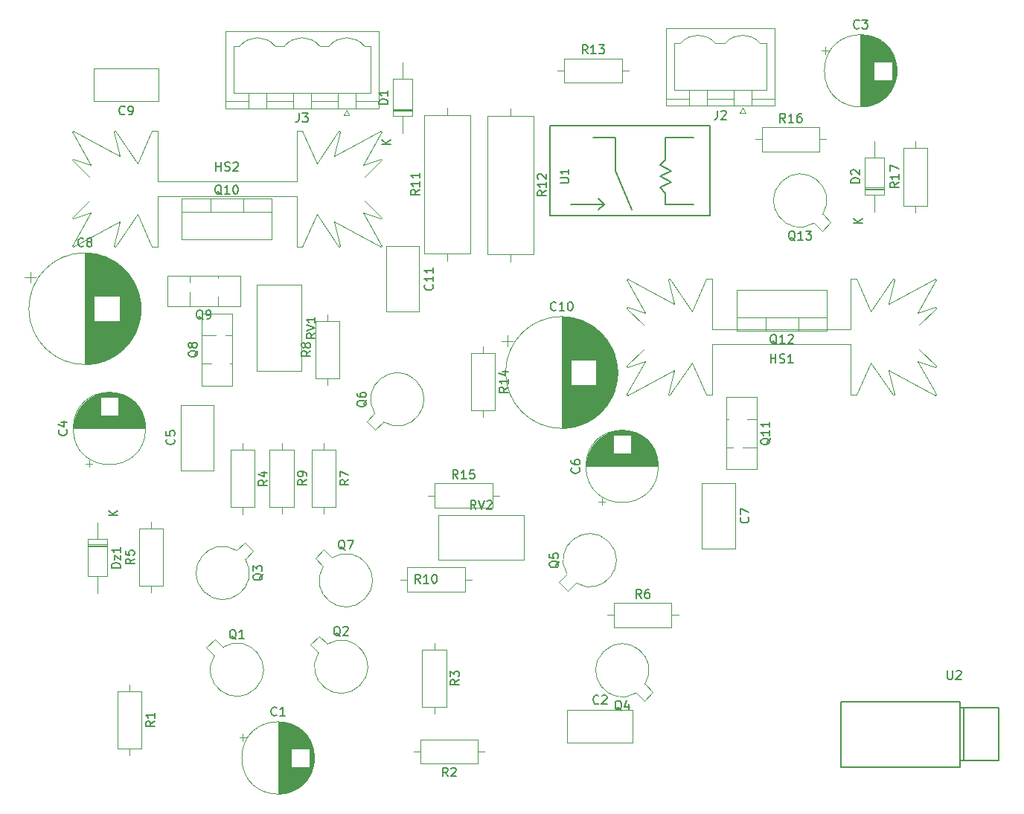
<source format=gbr>
G04 #@! TF.GenerationSoftware,KiCad,Pcbnew,(5.0.0)*
G04 #@! TF.CreationDate,2020-04-22T19:32:50+02:00*
G04 #@! TF.ProjectId,BE_Amplificateur_Audio,42455F416D706C696669636174657572,V0*
G04 #@! TF.SameCoordinates,Original*
G04 #@! TF.FileFunction,Legend,Top*
G04 #@! TF.FilePolarity,Positive*
%FSLAX46Y46*%
G04 Gerber Fmt 4.6, Leading zero omitted, Abs format (unit mm)*
G04 Created by KiCad (PCBNEW (5.0.0)) date 04/22/20 19:32:50*
%MOMM*%
%LPD*%
G01*
G04 APERTURE LIST*
%ADD10C,0.150000*%
%ADD11C,0.120000*%
G04 APERTURE END LIST*
D10*
G04 #@! TO.C,U1*
X107988100Y-43992800D02*
X107988100Y-33792800D01*
X107988100Y-33792800D02*
X89788100Y-33792800D01*
X89788100Y-33792800D02*
X89788100Y-43992800D01*
X89788100Y-43992800D02*
X107988100Y-43992800D01*
X106083100Y-42722800D02*
X102908100Y-42722800D01*
X102908100Y-42722800D02*
X102908100Y-42087800D01*
X102908100Y-42087800D02*
X102908100Y-41452800D01*
X102908100Y-41452800D02*
X102273100Y-40817800D01*
X102273100Y-40817800D02*
X103543100Y-40182800D01*
X103543100Y-40182800D02*
X102273100Y-39547800D01*
X102273100Y-39547800D02*
X103543100Y-38912800D01*
X103543100Y-38912800D02*
X102273100Y-38277800D01*
X102273100Y-38277800D02*
X102908100Y-37642800D01*
X102908100Y-37642800D02*
X102908100Y-35102800D01*
X102908100Y-35102800D02*
X106083100Y-35102800D01*
X94653100Y-35102800D02*
X97193100Y-35102800D01*
X97193100Y-38912800D02*
X97193100Y-35102800D01*
X99098100Y-43357800D02*
X97193100Y-38912800D01*
X92113100Y-42722800D02*
X95923100Y-42722800D01*
X95288100Y-42087800D02*
X95923100Y-42722800D01*
X95923100Y-42722800D02*
X95288100Y-43357800D01*
D11*
G04 #@! TO.C,C3*
X121121502Y-24818600D02*
X121121502Y-25618600D01*
X120721502Y-25218600D02*
X121521502Y-25218600D01*
X129212200Y-27000600D02*
X129212200Y-28066600D01*
X129172200Y-26765600D02*
X129172200Y-28301600D01*
X129132200Y-26585600D02*
X129132200Y-28481600D01*
X129092200Y-26435600D02*
X129092200Y-28631600D01*
X129052200Y-26304600D02*
X129052200Y-28762600D01*
X129012200Y-26187600D02*
X129012200Y-28879600D01*
X128972200Y-26080600D02*
X128972200Y-28986600D01*
X128932200Y-25981600D02*
X128932200Y-29085600D01*
X128892200Y-25888600D02*
X128892200Y-29178600D01*
X128852200Y-25802600D02*
X128852200Y-29264600D01*
X128812200Y-25720600D02*
X128812200Y-29346600D01*
X128772200Y-25643600D02*
X128772200Y-29423600D01*
X128732200Y-25569600D02*
X128732200Y-29497600D01*
X128692200Y-25499600D02*
X128692200Y-29567600D01*
X128652200Y-28573600D02*
X128652200Y-29635600D01*
X128652200Y-25431600D02*
X128652200Y-26493600D01*
X128612200Y-28573600D02*
X128612200Y-29699600D01*
X128612200Y-25367600D02*
X128612200Y-26493600D01*
X128572200Y-28573600D02*
X128572200Y-29761600D01*
X128572200Y-25305600D02*
X128572200Y-26493600D01*
X128532200Y-28573600D02*
X128532200Y-29820600D01*
X128532200Y-25246600D02*
X128532200Y-26493600D01*
X128492200Y-28573600D02*
X128492200Y-29878600D01*
X128492200Y-25188600D02*
X128492200Y-26493600D01*
X128452200Y-28573600D02*
X128452200Y-29933600D01*
X128452200Y-25133600D02*
X128452200Y-26493600D01*
X128412200Y-28573600D02*
X128412200Y-29987600D01*
X128412200Y-25079600D02*
X128412200Y-26493600D01*
X128372200Y-28573600D02*
X128372200Y-30038600D01*
X128372200Y-25028600D02*
X128372200Y-26493600D01*
X128332200Y-28573600D02*
X128332200Y-30089600D01*
X128332200Y-24977600D02*
X128332200Y-26493600D01*
X128292200Y-28573600D02*
X128292200Y-30137600D01*
X128292200Y-24929600D02*
X128292200Y-26493600D01*
X128252200Y-28573600D02*
X128252200Y-30184600D01*
X128252200Y-24882600D02*
X128252200Y-26493600D01*
X128212200Y-28573600D02*
X128212200Y-30230600D01*
X128212200Y-24836600D02*
X128212200Y-26493600D01*
X128172200Y-28573600D02*
X128172200Y-30274600D01*
X128172200Y-24792600D02*
X128172200Y-26493600D01*
X128132200Y-28573600D02*
X128132200Y-30317600D01*
X128132200Y-24749600D02*
X128132200Y-26493600D01*
X128092200Y-28573600D02*
X128092200Y-30359600D01*
X128092200Y-24707600D02*
X128092200Y-26493600D01*
X128052200Y-28573600D02*
X128052200Y-30400600D01*
X128052200Y-24666600D02*
X128052200Y-26493600D01*
X128012200Y-28573600D02*
X128012200Y-30440600D01*
X128012200Y-24626600D02*
X128012200Y-26493600D01*
X127972200Y-28573600D02*
X127972200Y-30478600D01*
X127972200Y-24588600D02*
X127972200Y-26493600D01*
X127932200Y-28573600D02*
X127932200Y-30516600D01*
X127932200Y-24550600D02*
X127932200Y-26493600D01*
X127892200Y-28573600D02*
X127892200Y-30552600D01*
X127892200Y-24514600D02*
X127892200Y-26493600D01*
X127852200Y-28573600D02*
X127852200Y-30588600D01*
X127852200Y-24478600D02*
X127852200Y-26493600D01*
X127812200Y-28573600D02*
X127812200Y-30623600D01*
X127812200Y-24443600D02*
X127812200Y-26493600D01*
X127772200Y-28573600D02*
X127772200Y-30657600D01*
X127772200Y-24409600D02*
X127772200Y-26493600D01*
X127732200Y-28573600D02*
X127732200Y-30689600D01*
X127732200Y-24377600D02*
X127732200Y-26493600D01*
X127692200Y-28573600D02*
X127692200Y-30722600D01*
X127692200Y-24344600D02*
X127692200Y-26493600D01*
X127652200Y-28573600D02*
X127652200Y-30753600D01*
X127652200Y-24313600D02*
X127652200Y-26493600D01*
X127612200Y-28573600D02*
X127612200Y-30783600D01*
X127612200Y-24283600D02*
X127612200Y-26493600D01*
X127572200Y-28573600D02*
X127572200Y-30813600D01*
X127572200Y-24253600D02*
X127572200Y-26493600D01*
X127532200Y-28573600D02*
X127532200Y-30842600D01*
X127532200Y-24224600D02*
X127532200Y-26493600D01*
X127492200Y-28573600D02*
X127492200Y-30871600D01*
X127492200Y-24195600D02*
X127492200Y-26493600D01*
X127452200Y-28573600D02*
X127452200Y-30898600D01*
X127452200Y-24168600D02*
X127452200Y-26493600D01*
X127412200Y-28573600D02*
X127412200Y-30925600D01*
X127412200Y-24141600D02*
X127412200Y-26493600D01*
X127372200Y-28573600D02*
X127372200Y-30951600D01*
X127372200Y-24115600D02*
X127372200Y-26493600D01*
X127332200Y-28573600D02*
X127332200Y-30977600D01*
X127332200Y-24089600D02*
X127332200Y-26493600D01*
X127292200Y-28573600D02*
X127292200Y-31002600D01*
X127292200Y-24064600D02*
X127292200Y-26493600D01*
X127252200Y-28573600D02*
X127252200Y-31026600D01*
X127252200Y-24040600D02*
X127252200Y-26493600D01*
X127212200Y-28573600D02*
X127212200Y-31050600D01*
X127212200Y-24016600D02*
X127212200Y-26493600D01*
X127172200Y-28573600D02*
X127172200Y-31073600D01*
X127172200Y-23993600D02*
X127172200Y-26493600D01*
X127132200Y-28573600D02*
X127132200Y-31095600D01*
X127132200Y-23971600D02*
X127132200Y-26493600D01*
X127092200Y-28573600D02*
X127092200Y-31117600D01*
X127092200Y-23949600D02*
X127092200Y-26493600D01*
X127052200Y-28573600D02*
X127052200Y-31139600D01*
X127052200Y-23927600D02*
X127052200Y-26493600D01*
X127012200Y-28573600D02*
X127012200Y-31160600D01*
X127012200Y-23906600D02*
X127012200Y-26493600D01*
X126972200Y-28573600D02*
X126972200Y-31180600D01*
X126972200Y-23886600D02*
X126972200Y-26493600D01*
X126932200Y-28573600D02*
X126932200Y-31199600D01*
X126932200Y-23867600D02*
X126932200Y-26493600D01*
X126892200Y-28573600D02*
X126892200Y-31219600D01*
X126892200Y-23847600D02*
X126892200Y-26493600D01*
X126852200Y-28573600D02*
X126852200Y-31237600D01*
X126852200Y-23829600D02*
X126852200Y-26493600D01*
X126812200Y-28573600D02*
X126812200Y-31255600D01*
X126812200Y-23811600D02*
X126812200Y-26493600D01*
X126772200Y-28573600D02*
X126772200Y-31273600D01*
X126772200Y-23793600D02*
X126772200Y-26493600D01*
X126732200Y-28573600D02*
X126732200Y-31290600D01*
X126732200Y-23776600D02*
X126732200Y-26493600D01*
X126692200Y-28573600D02*
X126692200Y-31307600D01*
X126692200Y-23759600D02*
X126692200Y-26493600D01*
X126652200Y-28573600D02*
X126652200Y-31323600D01*
X126652200Y-23743600D02*
X126652200Y-26493600D01*
X126612200Y-28573600D02*
X126612200Y-31338600D01*
X126612200Y-23728600D02*
X126612200Y-26493600D01*
X126572200Y-23712600D02*
X126572200Y-31354600D01*
X126532200Y-23698600D02*
X126532200Y-31368600D01*
X126492200Y-23683600D02*
X126492200Y-31383600D01*
X126452200Y-23670600D02*
X126452200Y-31396600D01*
X126412200Y-23656600D02*
X126412200Y-31410600D01*
X126372200Y-23644600D02*
X126372200Y-31422600D01*
X126332200Y-23631600D02*
X126332200Y-31435600D01*
X126292200Y-23619600D02*
X126292200Y-31447600D01*
X126252200Y-23608600D02*
X126252200Y-31458600D01*
X126212200Y-23597600D02*
X126212200Y-31469600D01*
X126172200Y-23586600D02*
X126172200Y-31480600D01*
X126132200Y-23576600D02*
X126132200Y-31490600D01*
X126092200Y-23566600D02*
X126092200Y-31500600D01*
X126052200Y-23557600D02*
X126052200Y-31509600D01*
X126012200Y-23548600D02*
X126012200Y-31518600D01*
X125972200Y-23539600D02*
X125972200Y-31527600D01*
X125932200Y-23531600D02*
X125932200Y-31535600D01*
X125892200Y-23523600D02*
X125892200Y-31543600D01*
X125852200Y-23516600D02*
X125852200Y-31550600D01*
X125811200Y-23509600D02*
X125811200Y-31557600D01*
X125771200Y-23503600D02*
X125771200Y-31563600D01*
X125731200Y-23496600D02*
X125731200Y-31570600D01*
X125691200Y-23491600D02*
X125691200Y-31575600D01*
X125651200Y-23485600D02*
X125651200Y-31581600D01*
X125611200Y-23481600D02*
X125611200Y-31585600D01*
X125571200Y-23476600D02*
X125571200Y-31590600D01*
X125531200Y-23472600D02*
X125531200Y-31594600D01*
X125491200Y-23468600D02*
X125491200Y-31598600D01*
X125451200Y-23465600D02*
X125451200Y-31601600D01*
X125411200Y-23462600D02*
X125411200Y-31604600D01*
X125371200Y-23459600D02*
X125371200Y-31607600D01*
X125331200Y-23457600D02*
X125331200Y-31609600D01*
X125291200Y-23456600D02*
X125291200Y-31610600D01*
X125251200Y-23454600D02*
X125251200Y-31612600D01*
X125211200Y-23453600D02*
X125211200Y-31613600D01*
X125171200Y-23453600D02*
X125171200Y-31613600D01*
X125131200Y-23453600D02*
X125131200Y-31613600D01*
X129251200Y-27533600D02*
G75*
G03X129251200Y-27533600I-4120000J0D01*
G01*
G04 #@! TO.C,C5*
X47774300Y-65585800D02*
X51514300Y-65585800D01*
X47774300Y-73025800D02*
X51514300Y-73025800D01*
X51514300Y-73025800D02*
X51514300Y-65585800D01*
X47774300Y-73025800D02*
X47774300Y-65585800D01*
G04 #@! TO.C,C7*
X110836000Y-74522800D02*
X110836000Y-81962800D01*
X107096000Y-74522800D02*
X107096000Y-81962800D01*
X110836000Y-74522800D02*
X107096000Y-74522800D01*
X110836000Y-81962800D02*
X107096000Y-81962800D01*
G04 #@! TO.C,C9*
X37849000Y-30965700D02*
X37849000Y-27225700D01*
X45289000Y-30965700D02*
X45289000Y-27225700D01*
X45289000Y-27225700D02*
X37849000Y-27225700D01*
X45289000Y-30965700D02*
X37849000Y-30965700D01*
G04 #@! TO.C,C11*
X74920400Y-47522600D02*
X74920400Y-54962600D01*
X71180400Y-47522600D02*
X71180400Y-54962600D01*
X74920400Y-47522600D02*
X71180400Y-47522600D01*
X74920400Y-54962600D02*
X71180400Y-54962600D01*
G04 #@! TO.C,J2*
X112009200Y-32329200D02*
X111409200Y-32329200D01*
X111709200Y-31729200D02*
X112009200Y-32329200D01*
X111409200Y-32329200D02*
X111709200Y-31729200D01*
X103889200Y-24419200D02*
X104629200Y-24419200D01*
X103889200Y-29719200D02*
X103889200Y-24419200D01*
X114449200Y-29719200D02*
X103889200Y-29719200D01*
X114449200Y-24419200D02*
X114449200Y-29719200D01*
X113709200Y-24419200D02*
X114449200Y-24419200D01*
X109709200Y-24419200D02*
X108629200Y-24419200D01*
X105629200Y-29719200D02*
X107629200Y-29719200D01*
X105629200Y-31529200D02*
X105629200Y-29719200D01*
X107629200Y-31529200D02*
X105629200Y-31529200D01*
X107629200Y-29719200D02*
X107629200Y-31529200D01*
X110709200Y-29719200D02*
X112709200Y-29719200D01*
X110709200Y-31529200D02*
X110709200Y-29719200D01*
X112709200Y-31529200D02*
X110709200Y-31529200D01*
X112709200Y-29719200D02*
X112709200Y-31529200D01*
X110709200Y-30719200D02*
X107629200Y-30719200D01*
X102979200Y-30719200D02*
X105519200Y-30719200D01*
X115359200Y-30719200D02*
X112819200Y-30719200D01*
X102979200Y-31529200D02*
X115359200Y-31529200D01*
X102979200Y-22709200D02*
X102979200Y-31529200D01*
X115359200Y-22709200D02*
X102979200Y-22709200D01*
X115359200Y-31529200D02*
X115359200Y-22709200D01*
X104642359Y-24403379D02*
G75*
G02X108629200Y-24419200I1986841J-1665821D01*
G01*
X109722359Y-24403379D02*
G75*
G02X113709200Y-24419200I1986841J-1665821D01*
G01*
G04 #@! TO.C,C1*
X62969900Y-105791000D02*
G75*
G03X62969900Y-105791000I-4120000J0D01*
G01*
X58849900Y-101711000D02*
X58849900Y-109871000D01*
X58889900Y-101711000D02*
X58889900Y-109871000D01*
X58929900Y-101711000D02*
X58929900Y-109871000D01*
X58969900Y-101712000D02*
X58969900Y-109870000D01*
X59009900Y-101714000D02*
X59009900Y-109868000D01*
X59049900Y-101715000D02*
X59049900Y-109867000D01*
X59089900Y-101717000D02*
X59089900Y-109865000D01*
X59129900Y-101720000D02*
X59129900Y-109862000D01*
X59169900Y-101723000D02*
X59169900Y-109859000D01*
X59209900Y-101726000D02*
X59209900Y-109856000D01*
X59249900Y-101730000D02*
X59249900Y-109852000D01*
X59289900Y-101734000D02*
X59289900Y-109848000D01*
X59329900Y-101739000D02*
X59329900Y-109843000D01*
X59369900Y-101743000D02*
X59369900Y-109839000D01*
X59409900Y-101749000D02*
X59409900Y-109833000D01*
X59449900Y-101754000D02*
X59449900Y-109828000D01*
X59489900Y-101761000D02*
X59489900Y-109821000D01*
X59529900Y-101767000D02*
X59529900Y-109815000D01*
X59570900Y-101774000D02*
X59570900Y-109808000D01*
X59610900Y-101781000D02*
X59610900Y-109801000D01*
X59650900Y-101789000D02*
X59650900Y-109793000D01*
X59690900Y-101797000D02*
X59690900Y-109785000D01*
X59730900Y-101806000D02*
X59730900Y-109776000D01*
X59770900Y-101815000D02*
X59770900Y-109767000D01*
X59810900Y-101824000D02*
X59810900Y-109758000D01*
X59850900Y-101834000D02*
X59850900Y-109748000D01*
X59890900Y-101844000D02*
X59890900Y-109738000D01*
X59930900Y-101855000D02*
X59930900Y-109727000D01*
X59970900Y-101866000D02*
X59970900Y-109716000D01*
X60010900Y-101877000D02*
X60010900Y-109705000D01*
X60050900Y-101889000D02*
X60050900Y-109693000D01*
X60090900Y-101902000D02*
X60090900Y-109680000D01*
X60130900Y-101914000D02*
X60130900Y-109668000D01*
X60170900Y-101928000D02*
X60170900Y-109654000D01*
X60210900Y-101941000D02*
X60210900Y-109641000D01*
X60250900Y-101956000D02*
X60250900Y-109626000D01*
X60290900Y-101970000D02*
X60290900Y-109612000D01*
X60330900Y-101986000D02*
X60330900Y-104751000D01*
X60330900Y-106831000D02*
X60330900Y-109596000D01*
X60370900Y-102001000D02*
X60370900Y-104751000D01*
X60370900Y-106831000D02*
X60370900Y-109581000D01*
X60410900Y-102017000D02*
X60410900Y-104751000D01*
X60410900Y-106831000D02*
X60410900Y-109565000D01*
X60450900Y-102034000D02*
X60450900Y-104751000D01*
X60450900Y-106831000D02*
X60450900Y-109548000D01*
X60490900Y-102051000D02*
X60490900Y-104751000D01*
X60490900Y-106831000D02*
X60490900Y-109531000D01*
X60530900Y-102069000D02*
X60530900Y-104751000D01*
X60530900Y-106831000D02*
X60530900Y-109513000D01*
X60570900Y-102087000D02*
X60570900Y-104751000D01*
X60570900Y-106831000D02*
X60570900Y-109495000D01*
X60610900Y-102105000D02*
X60610900Y-104751000D01*
X60610900Y-106831000D02*
X60610900Y-109477000D01*
X60650900Y-102125000D02*
X60650900Y-104751000D01*
X60650900Y-106831000D02*
X60650900Y-109457000D01*
X60690900Y-102144000D02*
X60690900Y-104751000D01*
X60690900Y-106831000D02*
X60690900Y-109438000D01*
X60730900Y-102164000D02*
X60730900Y-104751000D01*
X60730900Y-106831000D02*
X60730900Y-109418000D01*
X60770900Y-102185000D02*
X60770900Y-104751000D01*
X60770900Y-106831000D02*
X60770900Y-109397000D01*
X60810900Y-102207000D02*
X60810900Y-104751000D01*
X60810900Y-106831000D02*
X60810900Y-109375000D01*
X60850900Y-102229000D02*
X60850900Y-104751000D01*
X60850900Y-106831000D02*
X60850900Y-109353000D01*
X60890900Y-102251000D02*
X60890900Y-104751000D01*
X60890900Y-106831000D02*
X60890900Y-109331000D01*
X60930900Y-102274000D02*
X60930900Y-104751000D01*
X60930900Y-106831000D02*
X60930900Y-109308000D01*
X60970900Y-102298000D02*
X60970900Y-104751000D01*
X60970900Y-106831000D02*
X60970900Y-109284000D01*
X61010900Y-102322000D02*
X61010900Y-104751000D01*
X61010900Y-106831000D02*
X61010900Y-109260000D01*
X61050900Y-102347000D02*
X61050900Y-104751000D01*
X61050900Y-106831000D02*
X61050900Y-109235000D01*
X61090900Y-102373000D02*
X61090900Y-104751000D01*
X61090900Y-106831000D02*
X61090900Y-109209000D01*
X61130900Y-102399000D02*
X61130900Y-104751000D01*
X61130900Y-106831000D02*
X61130900Y-109183000D01*
X61170900Y-102426000D02*
X61170900Y-104751000D01*
X61170900Y-106831000D02*
X61170900Y-109156000D01*
X61210900Y-102453000D02*
X61210900Y-104751000D01*
X61210900Y-106831000D02*
X61210900Y-109129000D01*
X61250900Y-102482000D02*
X61250900Y-104751000D01*
X61250900Y-106831000D02*
X61250900Y-109100000D01*
X61290900Y-102511000D02*
X61290900Y-104751000D01*
X61290900Y-106831000D02*
X61290900Y-109071000D01*
X61330900Y-102541000D02*
X61330900Y-104751000D01*
X61330900Y-106831000D02*
X61330900Y-109041000D01*
X61370900Y-102571000D02*
X61370900Y-104751000D01*
X61370900Y-106831000D02*
X61370900Y-109011000D01*
X61410900Y-102602000D02*
X61410900Y-104751000D01*
X61410900Y-106831000D02*
X61410900Y-108980000D01*
X61450900Y-102635000D02*
X61450900Y-104751000D01*
X61450900Y-106831000D02*
X61450900Y-108947000D01*
X61490900Y-102667000D02*
X61490900Y-104751000D01*
X61490900Y-106831000D02*
X61490900Y-108915000D01*
X61530900Y-102701000D02*
X61530900Y-104751000D01*
X61530900Y-106831000D02*
X61530900Y-108881000D01*
X61570900Y-102736000D02*
X61570900Y-104751000D01*
X61570900Y-106831000D02*
X61570900Y-108846000D01*
X61610900Y-102772000D02*
X61610900Y-104751000D01*
X61610900Y-106831000D02*
X61610900Y-108810000D01*
X61650900Y-102808000D02*
X61650900Y-104751000D01*
X61650900Y-106831000D02*
X61650900Y-108774000D01*
X61690900Y-102846000D02*
X61690900Y-104751000D01*
X61690900Y-106831000D02*
X61690900Y-108736000D01*
X61730900Y-102884000D02*
X61730900Y-104751000D01*
X61730900Y-106831000D02*
X61730900Y-108698000D01*
X61770900Y-102924000D02*
X61770900Y-104751000D01*
X61770900Y-106831000D02*
X61770900Y-108658000D01*
X61810900Y-102965000D02*
X61810900Y-104751000D01*
X61810900Y-106831000D02*
X61810900Y-108617000D01*
X61850900Y-103007000D02*
X61850900Y-104751000D01*
X61850900Y-106831000D02*
X61850900Y-108575000D01*
X61890900Y-103050000D02*
X61890900Y-104751000D01*
X61890900Y-106831000D02*
X61890900Y-108532000D01*
X61930900Y-103094000D02*
X61930900Y-104751000D01*
X61930900Y-106831000D02*
X61930900Y-108488000D01*
X61970900Y-103140000D02*
X61970900Y-104751000D01*
X61970900Y-106831000D02*
X61970900Y-108442000D01*
X62010900Y-103187000D02*
X62010900Y-104751000D01*
X62010900Y-106831000D02*
X62010900Y-108395000D01*
X62050900Y-103235000D02*
X62050900Y-104751000D01*
X62050900Y-106831000D02*
X62050900Y-108347000D01*
X62090900Y-103286000D02*
X62090900Y-104751000D01*
X62090900Y-106831000D02*
X62090900Y-108296000D01*
X62130900Y-103337000D02*
X62130900Y-104751000D01*
X62130900Y-106831000D02*
X62130900Y-108245000D01*
X62170900Y-103391000D02*
X62170900Y-104751000D01*
X62170900Y-106831000D02*
X62170900Y-108191000D01*
X62210900Y-103446000D02*
X62210900Y-104751000D01*
X62210900Y-106831000D02*
X62210900Y-108136000D01*
X62250900Y-103504000D02*
X62250900Y-104751000D01*
X62250900Y-106831000D02*
X62250900Y-108078000D01*
X62290900Y-103563000D02*
X62290900Y-104751000D01*
X62290900Y-106831000D02*
X62290900Y-108019000D01*
X62330900Y-103625000D02*
X62330900Y-104751000D01*
X62330900Y-106831000D02*
X62330900Y-107957000D01*
X62370900Y-103689000D02*
X62370900Y-104751000D01*
X62370900Y-106831000D02*
X62370900Y-107893000D01*
X62410900Y-103757000D02*
X62410900Y-107825000D01*
X62450900Y-103827000D02*
X62450900Y-107755000D01*
X62490900Y-103901000D02*
X62490900Y-107681000D01*
X62530900Y-103978000D02*
X62530900Y-107604000D01*
X62570900Y-104060000D02*
X62570900Y-107522000D01*
X62610900Y-104146000D02*
X62610900Y-107436000D01*
X62650900Y-104239000D02*
X62650900Y-107343000D01*
X62690900Y-104338000D02*
X62690900Y-107244000D01*
X62730900Y-104445000D02*
X62730900Y-107137000D01*
X62770900Y-104562000D02*
X62770900Y-107020000D01*
X62810900Y-104693000D02*
X62810900Y-106889000D01*
X62850900Y-104843000D02*
X62850900Y-106739000D01*
X62890900Y-105023000D02*
X62890900Y-106559000D01*
X62930900Y-105258000D02*
X62930900Y-106324000D01*
X54440202Y-103476000D02*
X55240202Y-103476000D01*
X54840202Y-103076000D02*
X54840202Y-103876000D01*
G04 #@! TO.C,C2*
X91769400Y-100339600D02*
X99209400Y-100339600D01*
X91769400Y-104079600D02*
X99209400Y-104079600D01*
X91769400Y-100339600D02*
X91769400Y-104079600D01*
X99209400Y-100339600D02*
X99209400Y-104079600D01*
G04 #@! TO.C,C4*
X36947100Y-72274098D02*
X37747100Y-72274098D01*
X37347100Y-72674098D02*
X37347100Y-71874098D01*
X39129100Y-64183400D02*
X40195100Y-64183400D01*
X38894100Y-64223400D02*
X40430100Y-64223400D01*
X38714100Y-64263400D02*
X40610100Y-64263400D01*
X38564100Y-64303400D02*
X40760100Y-64303400D01*
X38433100Y-64343400D02*
X40891100Y-64343400D01*
X38316100Y-64383400D02*
X41008100Y-64383400D01*
X38209100Y-64423400D02*
X41115100Y-64423400D01*
X38110100Y-64463400D02*
X41214100Y-64463400D01*
X38017100Y-64503400D02*
X41307100Y-64503400D01*
X37931100Y-64543400D02*
X41393100Y-64543400D01*
X37849100Y-64583400D02*
X41475100Y-64583400D01*
X37772100Y-64623400D02*
X41552100Y-64623400D01*
X37698100Y-64663400D02*
X41626100Y-64663400D01*
X37628100Y-64703400D02*
X41696100Y-64703400D01*
X40702100Y-64743400D02*
X41764100Y-64743400D01*
X37560100Y-64743400D02*
X38622100Y-64743400D01*
X40702100Y-64783400D02*
X41828100Y-64783400D01*
X37496100Y-64783400D02*
X38622100Y-64783400D01*
X40702100Y-64823400D02*
X41890100Y-64823400D01*
X37434100Y-64823400D02*
X38622100Y-64823400D01*
X40702100Y-64863400D02*
X41949100Y-64863400D01*
X37375100Y-64863400D02*
X38622100Y-64863400D01*
X40702100Y-64903400D02*
X42007100Y-64903400D01*
X37317100Y-64903400D02*
X38622100Y-64903400D01*
X40702100Y-64943400D02*
X42062100Y-64943400D01*
X37262100Y-64943400D02*
X38622100Y-64943400D01*
X40702100Y-64983400D02*
X42116100Y-64983400D01*
X37208100Y-64983400D02*
X38622100Y-64983400D01*
X40702100Y-65023400D02*
X42167100Y-65023400D01*
X37157100Y-65023400D02*
X38622100Y-65023400D01*
X40702100Y-65063400D02*
X42218100Y-65063400D01*
X37106100Y-65063400D02*
X38622100Y-65063400D01*
X40702100Y-65103400D02*
X42266100Y-65103400D01*
X37058100Y-65103400D02*
X38622100Y-65103400D01*
X40702100Y-65143400D02*
X42313100Y-65143400D01*
X37011100Y-65143400D02*
X38622100Y-65143400D01*
X40702100Y-65183400D02*
X42359100Y-65183400D01*
X36965100Y-65183400D02*
X38622100Y-65183400D01*
X40702100Y-65223400D02*
X42403100Y-65223400D01*
X36921100Y-65223400D02*
X38622100Y-65223400D01*
X40702100Y-65263400D02*
X42446100Y-65263400D01*
X36878100Y-65263400D02*
X38622100Y-65263400D01*
X40702100Y-65303400D02*
X42488100Y-65303400D01*
X36836100Y-65303400D02*
X38622100Y-65303400D01*
X40702100Y-65343400D02*
X42529100Y-65343400D01*
X36795100Y-65343400D02*
X38622100Y-65343400D01*
X40702100Y-65383400D02*
X42569100Y-65383400D01*
X36755100Y-65383400D02*
X38622100Y-65383400D01*
X40702100Y-65423400D02*
X42607100Y-65423400D01*
X36717100Y-65423400D02*
X38622100Y-65423400D01*
X40702100Y-65463400D02*
X42645100Y-65463400D01*
X36679100Y-65463400D02*
X38622100Y-65463400D01*
X40702100Y-65503400D02*
X42681100Y-65503400D01*
X36643100Y-65503400D02*
X38622100Y-65503400D01*
X40702100Y-65543400D02*
X42717100Y-65543400D01*
X36607100Y-65543400D02*
X38622100Y-65543400D01*
X40702100Y-65583400D02*
X42752100Y-65583400D01*
X36572100Y-65583400D02*
X38622100Y-65583400D01*
X40702100Y-65623400D02*
X42786100Y-65623400D01*
X36538100Y-65623400D02*
X38622100Y-65623400D01*
X40702100Y-65663400D02*
X42818100Y-65663400D01*
X36506100Y-65663400D02*
X38622100Y-65663400D01*
X40702100Y-65703400D02*
X42851100Y-65703400D01*
X36473100Y-65703400D02*
X38622100Y-65703400D01*
X40702100Y-65743400D02*
X42882100Y-65743400D01*
X36442100Y-65743400D02*
X38622100Y-65743400D01*
X40702100Y-65783400D02*
X42912100Y-65783400D01*
X36412100Y-65783400D02*
X38622100Y-65783400D01*
X40702100Y-65823400D02*
X42942100Y-65823400D01*
X36382100Y-65823400D02*
X38622100Y-65823400D01*
X40702100Y-65863400D02*
X42971100Y-65863400D01*
X36353100Y-65863400D02*
X38622100Y-65863400D01*
X40702100Y-65903400D02*
X43000100Y-65903400D01*
X36324100Y-65903400D02*
X38622100Y-65903400D01*
X40702100Y-65943400D02*
X43027100Y-65943400D01*
X36297100Y-65943400D02*
X38622100Y-65943400D01*
X40702100Y-65983400D02*
X43054100Y-65983400D01*
X36270100Y-65983400D02*
X38622100Y-65983400D01*
X40702100Y-66023400D02*
X43080100Y-66023400D01*
X36244100Y-66023400D02*
X38622100Y-66023400D01*
X40702100Y-66063400D02*
X43106100Y-66063400D01*
X36218100Y-66063400D02*
X38622100Y-66063400D01*
X40702100Y-66103400D02*
X43131100Y-66103400D01*
X36193100Y-66103400D02*
X38622100Y-66103400D01*
X40702100Y-66143400D02*
X43155100Y-66143400D01*
X36169100Y-66143400D02*
X38622100Y-66143400D01*
X40702100Y-66183400D02*
X43179100Y-66183400D01*
X36145100Y-66183400D02*
X38622100Y-66183400D01*
X40702100Y-66223400D02*
X43202100Y-66223400D01*
X36122100Y-66223400D02*
X38622100Y-66223400D01*
X40702100Y-66263400D02*
X43224100Y-66263400D01*
X36100100Y-66263400D02*
X38622100Y-66263400D01*
X40702100Y-66303400D02*
X43246100Y-66303400D01*
X36078100Y-66303400D02*
X38622100Y-66303400D01*
X40702100Y-66343400D02*
X43268100Y-66343400D01*
X36056100Y-66343400D02*
X38622100Y-66343400D01*
X40702100Y-66383400D02*
X43289100Y-66383400D01*
X36035100Y-66383400D02*
X38622100Y-66383400D01*
X40702100Y-66423400D02*
X43309100Y-66423400D01*
X36015100Y-66423400D02*
X38622100Y-66423400D01*
X40702100Y-66463400D02*
X43328100Y-66463400D01*
X35996100Y-66463400D02*
X38622100Y-66463400D01*
X40702100Y-66503400D02*
X43348100Y-66503400D01*
X35976100Y-66503400D02*
X38622100Y-66503400D01*
X40702100Y-66543400D02*
X43366100Y-66543400D01*
X35958100Y-66543400D02*
X38622100Y-66543400D01*
X40702100Y-66583400D02*
X43384100Y-66583400D01*
X35940100Y-66583400D02*
X38622100Y-66583400D01*
X40702100Y-66623400D02*
X43402100Y-66623400D01*
X35922100Y-66623400D02*
X38622100Y-66623400D01*
X40702100Y-66663400D02*
X43419100Y-66663400D01*
X35905100Y-66663400D02*
X38622100Y-66663400D01*
X40702100Y-66703400D02*
X43436100Y-66703400D01*
X35888100Y-66703400D02*
X38622100Y-66703400D01*
X40702100Y-66743400D02*
X43452100Y-66743400D01*
X35872100Y-66743400D02*
X38622100Y-66743400D01*
X40702100Y-66783400D02*
X43467100Y-66783400D01*
X35857100Y-66783400D02*
X38622100Y-66783400D01*
X35841100Y-66823400D02*
X43483100Y-66823400D01*
X35827100Y-66863400D02*
X43497100Y-66863400D01*
X35812100Y-66903400D02*
X43512100Y-66903400D01*
X35799100Y-66943400D02*
X43525100Y-66943400D01*
X35785100Y-66983400D02*
X43539100Y-66983400D01*
X35773100Y-67023400D02*
X43551100Y-67023400D01*
X35760100Y-67063400D02*
X43564100Y-67063400D01*
X35748100Y-67103400D02*
X43576100Y-67103400D01*
X35737100Y-67143400D02*
X43587100Y-67143400D01*
X35726100Y-67183400D02*
X43598100Y-67183400D01*
X35715100Y-67223400D02*
X43609100Y-67223400D01*
X35705100Y-67263400D02*
X43619100Y-67263400D01*
X35695100Y-67303400D02*
X43629100Y-67303400D01*
X35686100Y-67343400D02*
X43638100Y-67343400D01*
X35677100Y-67383400D02*
X43647100Y-67383400D01*
X35668100Y-67423400D02*
X43656100Y-67423400D01*
X35660100Y-67463400D02*
X43664100Y-67463400D01*
X35652100Y-67503400D02*
X43672100Y-67503400D01*
X35645100Y-67543400D02*
X43679100Y-67543400D01*
X35638100Y-67584400D02*
X43686100Y-67584400D01*
X35632100Y-67624400D02*
X43692100Y-67624400D01*
X35625100Y-67664400D02*
X43699100Y-67664400D01*
X35620100Y-67704400D02*
X43704100Y-67704400D01*
X35614100Y-67744400D02*
X43710100Y-67744400D01*
X35610100Y-67784400D02*
X43714100Y-67784400D01*
X35605100Y-67824400D02*
X43719100Y-67824400D01*
X35601100Y-67864400D02*
X43723100Y-67864400D01*
X35597100Y-67904400D02*
X43727100Y-67904400D01*
X35594100Y-67944400D02*
X43730100Y-67944400D01*
X35591100Y-67984400D02*
X43733100Y-67984400D01*
X35588100Y-68024400D02*
X43736100Y-68024400D01*
X35586100Y-68064400D02*
X43738100Y-68064400D01*
X35585100Y-68104400D02*
X43739100Y-68104400D01*
X35583100Y-68144400D02*
X43741100Y-68144400D01*
X35582100Y-68184400D02*
X43742100Y-68184400D01*
X35582100Y-68224400D02*
X43742100Y-68224400D01*
X35582100Y-68264400D02*
X43742100Y-68264400D01*
X43782100Y-68264400D02*
G75*
G03X43782100Y-68264400I-4120000J0D01*
G01*
G04 #@! TO.C,C6*
X102113200Y-72582400D02*
G75*
G03X102113200Y-72582400I-4120000J0D01*
G01*
X93913200Y-72582400D02*
X102073200Y-72582400D01*
X93913200Y-72542400D02*
X102073200Y-72542400D01*
X93913200Y-72502400D02*
X102073200Y-72502400D01*
X93914200Y-72462400D02*
X102072200Y-72462400D01*
X93916200Y-72422400D02*
X102070200Y-72422400D01*
X93917200Y-72382400D02*
X102069200Y-72382400D01*
X93919200Y-72342400D02*
X102067200Y-72342400D01*
X93922200Y-72302400D02*
X102064200Y-72302400D01*
X93925200Y-72262400D02*
X102061200Y-72262400D01*
X93928200Y-72222400D02*
X102058200Y-72222400D01*
X93932200Y-72182400D02*
X102054200Y-72182400D01*
X93936200Y-72142400D02*
X102050200Y-72142400D01*
X93941200Y-72102400D02*
X102045200Y-72102400D01*
X93945200Y-72062400D02*
X102041200Y-72062400D01*
X93951200Y-72022400D02*
X102035200Y-72022400D01*
X93956200Y-71982400D02*
X102030200Y-71982400D01*
X93963200Y-71942400D02*
X102023200Y-71942400D01*
X93969200Y-71902400D02*
X102017200Y-71902400D01*
X93976200Y-71861400D02*
X102010200Y-71861400D01*
X93983200Y-71821400D02*
X102003200Y-71821400D01*
X93991200Y-71781400D02*
X101995200Y-71781400D01*
X93999200Y-71741400D02*
X101987200Y-71741400D01*
X94008200Y-71701400D02*
X101978200Y-71701400D01*
X94017200Y-71661400D02*
X101969200Y-71661400D01*
X94026200Y-71621400D02*
X101960200Y-71621400D01*
X94036200Y-71581400D02*
X101950200Y-71581400D01*
X94046200Y-71541400D02*
X101940200Y-71541400D01*
X94057200Y-71501400D02*
X101929200Y-71501400D01*
X94068200Y-71461400D02*
X101918200Y-71461400D01*
X94079200Y-71421400D02*
X101907200Y-71421400D01*
X94091200Y-71381400D02*
X101895200Y-71381400D01*
X94104200Y-71341400D02*
X101882200Y-71341400D01*
X94116200Y-71301400D02*
X101870200Y-71301400D01*
X94130200Y-71261400D02*
X101856200Y-71261400D01*
X94143200Y-71221400D02*
X101843200Y-71221400D01*
X94158200Y-71181400D02*
X101828200Y-71181400D01*
X94172200Y-71141400D02*
X101814200Y-71141400D01*
X94188200Y-71101400D02*
X96953200Y-71101400D01*
X99033200Y-71101400D02*
X101798200Y-71101400D01*
X94203200Y-71061400D02*
X96953200Y-71061400D01*
X99033200Y-71061400D02*
X101783200Y-71061400D01*
X94219200Y-71021400D02*
X96953200Y-71021400D01*
X99033200Y-71021400D02*
X101767200Y-71021400D01*
X94236200Y-70981400D02*
X96953200Y-70981400D01*
X99033200Y-70981400D02*
X101750200Y-70981400D01*
X94253200Y-70941400D02*
X96953200Y-70941400D01*
X99033200Y-70941400D02*
X101733200Y-70941400D01*
X94271200Y-70901400D02*
X96953200Y-70901400D01*
X99033200Y-70901400D02*
X101715200Y-70901400D01*
X94289200Y-70861400D02*
X96953200Y-70861400D01*
X99033200Y-70861400D02*
X101697200Y-70861400D01*
X94307200Y-70821400D02*
X96953200Y-70821400D01*
X99033200Y-70821400D02*
X101679200Y-70821400D01*
X94327200Y-70781400D02*
X96953200Y-70781400D01*
X99033200Y-70781400D02*
X101659200Y-70781400D01*
X94346200Y-70741400D02*
X96953200Y-70741400D01*
X99033200Y-70741400D02*
X101640200Y-70741400D01*
X94366200Y-70701400D02*
X96953200Y-70701400D01*
X99033200Y-70701400D02*
X101620200Y-70701400D01*
X94387200Y-70661400D02*
X96953200Y-70661400D01*
X99033200Y-70661400D02*
X101599200Y-70661400D01*
X94409200Y-70621400D02*
X96953200Y-70621400D01*
X99033200Y-70621400D02*
X101577200Y-70621400D01*
X94431200Y-70581400D02*
X96953200Y-70581400D01*
X99033200Y-70581400D02*
X101555200Y-70581400D01*
X94453200Y-70541400D02*
X96953200Y-70541400D01*
X99033200Y-70541400D02*
X101533200Y-70541400D01*
X94476200Y-70501400D02*
X96953200Y-70501400D01*
X99033200Y-70501400D02*
X101510200Y-70501400D01*
X94500200Y-70461400D02*
X96953200Y-70461400D01*
X99033200Y-70461400D02*
X101486200Y-70461400D01*
X94524200Y-70421400D02*
X96953200Y-70421400D01*
X99033200Y-70421400D02*
X101462200Y-70421400D01*
X94549200Y-70381400D02*
X96953200Y-70381400D01*
X99033200Y-70381400D02*
X101437200Y-70381400D01*
X94575200Y-70341400D02*
X96953200Y-70341400D01*
X99033200Y-70341400D02*
X101411200Y-70341400D01*
X94601200Y-70301400D02*
X96953200Y-70301400D01*
X99033200Y-70301400D02*
X101385200Y-70301400D01*
X94628200Y-70261400D02*
X96953200Y-70261400D01*
X99033200Y-70261400D02*
X101358200Y-70261400D01*
X94655200Y-70221400D02*
X96953200Y-70221400D01*
X99033200Y-70221400D02*
X101331200Y-70221400D01*
X94684200Y-70181400D02*
X96953200Y-70181400D01*
X99033200Y-70181400D02*
X101302200Y-70181400D01*
X94713200Y-70141400D02*
X96953200Y-70141400D01*
X99033200Y-70141400D02*
X101273200Y-70141400D01*
X94743200Y-70101400D02*
X96953200Y-70101400D01*
X99033200Y-70101400D02*
X101243200Y-70101400D01*
X94773200Y-70061400D02*
X96953200Y-70061400D01*
X99033200Y-70061400D02*
X101213200Y-70061400D01*
X94804200Y-70021400D02*
X96953200Y-70021400D01*
X99033200Y-70021400D02*
X101182200Y-70021400D01*
X94837200Y-69981400D02*
X96953200Y-69981400D01*
X99033200Y-69981400D02*
X101149200Y-69981400D01*
X94869200Y-69941400D02*
X96953200Y-69941400D01*
X99033200Y-69941400D02*
X101117200Y-69941400D01*
X94903200Y-69901400D02*
X96953200Y-69901400D01*
X99033200Y-69901400D02*
X101083200Y-69901400D01*
X94938200Y-69861400D02*
X96953200Y-69861400D01*
X99033200Y-69861400D02*
X101048200Y-69861400D01*
X94974200Y-69821400D02*
X96953200Y-69821400D01*
X99033200Y-69821400D02*
X101012200Y-69821400D01*
X95010200Y-69781400D02*
X96953200Y-69781400D01*
X99033200Y-69781400D02*
X100976200Y-69781400D01*
X95048200Y-69741400D02*
X96953200Y-69741400D01*
X99033200Y-69741400D02*
X100938200Y-69741400D01*
X95086200Y-69701400D02*
X96953200Y-69701400D01*
X99033200Y-69701400D02*
X100900200Y-69701400D01*
X95126200Y-69661400D02*
X96953200Y-69661400D01*
X99033200Y-69661400D02*
X100860200Y-69661400D01*
X95167200Y-69621400D02*
X96953200Y-69621400D01*
X99033200Y-69621400D02*
X100819200Y-69621400D01*
X95209200Y-69581400D02*
X96953200Y-69581400D01*
X99033200Y-69581400D02*
X100777200Y-69581400D01*
X95252200Y-69541400D02*
X96953200Y-69541400D01*
X99033200Y-69541400D02*
X100734200Y-69541400D01*
X95296200Y-69501400D02*
X96953200Y-69501400D01*
X99033200Y-69501400D02*
X100690200Y-69501400D01*
X95342200Y-69461400D02*
X96953200Y-69461400D01*
X99033200Y-69461400D02*
X100644200Y-69461400D01*
X95389200Y-69421400D02*
X96953200Y-69421400D01*
X99033200Y-69421400D02*
X100597200Y-69421400D01*
X95437200Y-69381400D02*
X96953200Y-69381400D01*
X99033200Y-69381400D02*
X100549200Y-69381400D01*
X95488200Y-69341400D02*
X96953200Y-69341400D01*
X99033200Y-69341400D02*
X100498200Y-69341400D01*
X95539200Y-69301400D02*
X96953200Y-69301400D01*
X99033200Y-69301400D02*
X100447200Y-69301400D01*
X95593200Y-69261400D02*
X96953200Y-69261400D01*
X99033200Y-69261400D02*
X100393200Y-69261400D01*
X95648200Y-69221400D02*
X96953200Y-69221400D01*
X99033200Y-69221400D02*
X100338200Y-69221400D01*
X95706200Y-69181400D02*
X96953200Y-69181400D01*
X99033200Y-69181400D02*
X100280200Y-69181400D01*
X95765200Y-69141400D02*
X96953200Y-69141400D01*
X99033200Y-69141400D02*
X100221200Y-69141400D01*
X95827200Y-69101400D02*
X96953200Y-69101400D01*
X99033200Y-69101400D02*
X100159200Y-69101400D01*
X95891200Y-69061400D02*
X96953200Y-69061400D01*
X99033200Y-69061400D02*
X100095200Y-69061400D01*
X95959200Y-69021400D02*
X100027200Y-69021400D01*
X96029200Y-68981400D02*
X99957200Y-68981400D01*
X96103200Y-68941400D02*
X99883200Y-68941400D01*
X96180200Y-68901400D02*
X99806200Y-68901400D01*
X96262200Y-68861400D02*
X99724200Y-68861400D01*
X96348200Y-68821400D02*
X99638200Y-68821400D01*
X96441200Y-68781400D02*
X99545200Y-68781400D01*
X96540200Y-68741400D02*
X99446200Y-68741400D01*
X96647200Y-68701400D02*
X99339200Y-68701400D01*
X96764200Y-68661400D02*
X99222200Y-68661400D01*
X96895200Y-68621400D02*
X99091200Y-68621400D01*
X97045200Y-68581400D02*
X98941200Y-68581400D01*
X97225200Y-68541400D02*
X98761200Y-68541400D01*
X97460200Y-68501400D02*
X98526200Y-68501400D01*
X95678200Y-76992098D02*
X95678200Y-76192098D01*
X95278200Y-76592098D02*
X96078200Y-76592098D01*
G04 #@! TO.C,C8*
X43236200Y-54622700D02*
G75*
G03X43236200Y-54622700I-6370000J0D01*
G01*
X36866200Y-48292700D02*
X36866200Y-60952700D01*
X36906200Y-48292700D02*
X36906200Y-60952700D01*
X36946200Y-48292700D02*
X36946200Y-60952700D01*
X36986200Y-48293700D02*
X36986200Y-60951700D01*
X37026200Y-48294700D02*
X37026200Y-60950700D01*
X37066200Y-48295700D02*
X37066200Y-60949700D01*
X37106200Y-48296700D02*
X37106200Y-60948700D01*
X37146200Y-48298700D02*
X37146200Y-60946700D01*
X37186200Y-48300700D02*
X37186200Y-60944700D01*
X37226200Y-48302700D02*
X37226200Y-60942700D01*
X37266200Y-48304700D02*
X37266200Y-60940700D01*
X37306200Y-48307700D02*
X37306200Y-60937700D01*
X37346200Y-48310700D02*
X37346200Y-60934700D01*
X37386200Y-48313700D02*
X37386200Y-60931700D01*
X37426200Y-48316700D02*
X37426200Y-60928700D01*
X37466200Y-48320700D02*
X37466200Y-60924700D01*
X37506200Y-48324700D02*
X37506200Y-60920700D01*
X37546200Y-48328700D02*
X37546200Y-60916700D01*
X37587200Y-48332700D02*
X37587200Y-60912700D01*
X37627200Y-48337700D02*
X37627200Y-60907700D01*
X37667200Y-48342700D02*
X37667200Y-60902700D01*
X37707200Y-48347700D02*
X37707200Y-60897700D01*
X37747200Y-48353700D02*
X37747200Y-60891700D01*
X37787200Y-48358700D02*
X37787200Y-60886700D01*
X37827200Y-48364700D02*
X37827200Y-60880700D01*
X37867200Y-48370700D02*
X37867200Y-60874700D01*
X37907200Y-48377700D02*
X37907200Y-60867700D01*
X37947200Y-48384700D02*
X37947200Y-53182700D01*
X37947200Y-56062700D02*
X37947200Y-60860700D01*
X37987200Y-48391700D02*
X37987200Y-53182700D01*
X37987200Y-56062700D02*
X37987200Y-60853700D01*
X38027200Y-48398700D02*
X38027200Y-53182700D01*
X38027200Y-56062700D02*
X38027200Y-60846700D01*
X38067200Y-48406700D02*
X38067200Y-53182700D01*
X38067200Y-56062700D02*
X38067200Y-60838700D01*
X38107200Y-48413700D02*
X38107200Y-53182700D01*
X38107200Y-56062700D02*
X38107200Y-60831700D01*
X38147200Y-48421700D02*
X38147200Y-53182700D01*
X38147200Y-56062700D02*
X38147200Y-60823700D01*
X38187200Y-48430700D02*
X38187200Y-53182700D01*
X38187200Y-56062700D02*
X38187200Y-60814700D01*
X38227200Y-48438700D02*
X38227200Y-53182700D01*
X38227200Y-56062700D02*
X38227200Y-60806700D01*
X38267200Y-48447700D02*
X38267200Y-53182700D01*
X38267200Y-56062700D02*
X38267200Y-60797700D01*
X38307200Y-48456700D02*
X38307200Y-53182700D01*
X38307200Y-56062700D02*
X38307200Y-60788700D01*
X38347200Y-48466700D02*
X38347200Y-53182700D01*
X38347200Y-56062700D02*
X38347200Y-60778700D01*
X38387200Y-48476700D02*
X38387200Y-53182700D01*
X38387200Y-56062700D02*
X38387200Y-60768700D01*
X38427200Y-48485700D02*
X38427200Y-53182700D01*
X38427200Y-56062700D02*
X38427200Y-60759700D01*
X38467200Y-48496700D02*
X38467200Y-53182700D01*
X38467200Y-56062700D02*
X38467200Y-60748700D01*
X38507200Y-48506700D02*
X38507200Y-53182700D01*
X38507200Y-56062700D02*
X38507200Y-60738700D01*
X38547200Y-48517700D02*
X38547200Y-53182700D01*
X38547200Y-56062700D02*
X38547200Y-60727700D01*
X38587200Y-48528700D02*
X38587200Y-53182700D01*
X38587200Y-56062700D02*
X38587200Y-60716700D01*
X38627200Y-48539700D02*
X38627200Y-53182700D01*
X38627200Y-56062700D02*
X38627200Y-60705700D01*
X38667200Y-48551700D02*
X38667200Y-53182700D01*
X38667200Y-56062700D02*
X38667200Y-60693700D01*
X38707200Y-48563700D02*
X38707200Y-53182700D01*
X38707200Y-56062700D02*
X38707200Y-60681700D01*
X38747200Y-48575700D02*
X38747200Y-53182700D01*
X38747200Y-56062700D02*
X38747200Y-60669700D01*
X38787200Y-48588700D02*
X38787200Y-53182700D01*
X38787200Y-56062700D02*
X38787200Y-60656700D01*
X38827200Y-48601700D02*
X38827200Y-53182700D01*
X38827200Y-56062700D02*
X38827200Y-60643700D01*
X38867200Y-48614700D02*
X38867200Y-53182700D01*
X38867200Y-56062700D02*
X38867200Y-60630700D01*
X38907200Y-48627700D02*
X38907200Y-53182700D01*
X38907200Y-56062700D02*
X38907200Y-60617700D01*
X38947200Y-48641700D02*
X38947200Y-53182700D01*
X38947200Y-56062700D02*
X38947200Y-60603700D01*
X38987200Y-48655700D02*
X38987200Y-53182700D01*
X38987200Y-56062700D02*
X38987200Y-60589700D01*
X39027200Y-48669700D02*
X39027200Y-53182700D01*
X39027200Y-56062700D02*
X39027200Y-60575700D01*
X39067200Y-48683700D02*
X39067200Y-53182700D01*
X39067200Y-56062700D02*
X39067200Y-60561700D01*
X39107200Y-48698700D02*
X39107200Y-53182700D01*
X39107200Y-56062700D02*
X39107200Y-60546700D01*
X39147200Y-48714700D02*
X39147200Y-53182700D01*
X39147200Y-56062700D02*
X39147200Y-60530700D01*
X39187200Y-48729700D02*
X39187200Y-53182700D01*
X39187200Y-56062700D02*
X39187200Y-60515700D01*
X39227200Y-48745700D02*
X39227200Y-53182700D01*
X39227200Y-56062700D02*
X39227200Y-60499700D01*
X39267200Y-48761700D02*
X39267200Y-53182700D01*
X39267200Y-56062700D02*
X39267200Y-60483700D01*
X39307200Y-48777700D02*
X39307200Y-53182700D01*
X39307200Y-56062700D02*
X39307200Y-60467700D01*
X39347200Y-48794700D02*
X39347200Y-53182700D01*
X39347200Y-56062700D02*
X39347200Y-60450700D01*
X39387200Y-48811700D02*
X39387200Y-53182700D01*
X39387200Y-56062700D02*
X39387200Y-60433700D01*
X39427200Y-48829700D02*
X39427200Y-53182700D01*
X39427200Y-56062700D02*
X39427200Y-60415700D01*
X39467200Y-48846700D02*
X39467200Y-53182700D01*
X39467200Y-56062700D02*
X39467200Y-60398700D01*
X39507200Y-48864700D02*
X39507200Y-53182700D01*
X39507200Y-56062700D02*
X39507200Y-60380700D01*
X39547200Y-48883700D02*
X39547200Y-53182700D01*
X39547200Y-56062700D02*
X39547200Y-60361700D01*
X39587200Y-48901700D02*
X39587200Y-53182700D01*
X39587200Y-56062700D02*
X39587200Y-60343700D01*
X39627200Y-48920700D02*
X39627200Y-53182700D01*
X39627200Y-56062700D02*
X39627200Y-60324700D01*
X39667200Y-48940700D02*
X39667200Y-53182700D01*
X39667200Y-56062700D02*
X39667200Y-60304700D01*
X39707200Y-48960700D02*
X39707200Y-53182700D01*
X39707200Y-56062700D02*
X39707200Y-60284700D01*
X39747200Y-48980700D02*
X39747200Y-53182700D01*
X39747200Y-56062700D02*
X39747200Y-60264700D01*
X39787200Y-49000700D02*
X39787200Y-53182700D01*
X39787200Y-56062700D02*
X39787200Y-60244700D01*
X39827200Y-49021700D02*
X39827200Y-53182700D01*
X39827200Y-56062700D02*
X39827200Y-60223700D01*
X39867200Y-49042700D02*
X39867200Y-53182700D01*
X39867200Y-56062700D02*
X39867200Y-60202700D01*
X39907200Y-49064700D02*
X39907200Y-53182700D01*
X39907200Y-56062700D02*
X39907200Y-60180700D01*
X39947200Y-49086700D02*
X39947200Y-53182700D01*
X39947200Y-56062700D02*
X39947200Y-60158700D01*
X39987200Y-49108700D02*
X39987200Y-53182700D01*
X39987200Y-56062700D02*
X39987200Y-60136700D01*
X40027200Y-49131700D02*
X40027200Y-53182700D01*
X40027200Y-56062700D02*
X40027200Y-60113700D01*
X40067200Y-49154700D02*
X40067200Y-53182700D01*
X40067200Y-56062700D02*
X40067200Y-60090700D01*
X40107200Y-49177700D02*
X40107200Y-53182700D01*
X40107200Y-56062700D02*
X40107200Y-60067700D01*
X40147200Y-49201700D02*
X40147200Y-53182700D01*
X40147200Y-56062700D02*
X40147200Y-60043700D01*
X40187200Y-49225700D02*
X40187200Y-53182700D01*
X40187200Y-56062700D02*
X40187200Y-60019700D01*
X40227200Y-49250700D02*
X40227200Y-53182700D01*
X40227200Y-56062700D02*
X40227200Y-59994700D01*
X40267200Y-49275700D02*
X40267200Y-53182700D01*
X40267200Y-56062700D02*
X40267200Y-59969700D01*
X40307200Y-49300700D02*
X40307200Y-53182700D01*
X40307200Y-56062700D02*
X40307200Y-59944700D01*
X40347200Y-49326700D02*
X40347200Y-53182700D01*
X40347200Y-56062700D02*
X40347200Y-59918700D01*
X40387200Y-49352700D02*
X40387200Y-53182700D01*
X40387200Y-56062700D02*
X40387200Y-59892700D01*
X40427200Y-49379700D02*
X40427200Y-53182700D01*
X40427200Y-56062700D02*
X40427200Y-59865700D01*
X40467200Y-49406700D02*
X40467200Y-53182700D01*
X40467200Y-56062700D02*
X40467200Y-59838700D01*
X40507200Y-49434700D02*
X40507200Y-53182700D01*
X40507200Y-56062700D02*
X40507200Y-59810700D01*
X40547200Y-49462700D02*
X40547200Y-53182700D01*
X40547200Y-56062700D02*
X40547200Y-59782700D01*
X40587200Y-49491700D02*
X40587200Y-53182700D01*
X40587200Y-56062700D02*
X40587200Y-59753700D01*
X40627200Y-49520700D02*
X40627200Y-53182700D01*
X40627200Y-56062700D02*
X40627200Y-59724700D01*
X40667200Y-49549700D02*
X40667200Y-53182700D01*
X40667200Y-56062700D02*
X40667200Y-59695700D01*
X40707200Y-49579700D02*
X40707200Y-53182700D01*
X40707200Y-56062700D02*
X40707200Y-59665700D01*
X40747200Y-49610700D02*
X40747200Y-53182700D01*
X40747200Y-56062700D02*
X40747200Y-59634700D01*
X40787200Y-49640700D02*
X40787200Y-53182700D01*
X40787200Y-56062700D02*
X40787200Y-59604700D01*
X40827200Y-49672700D02*
X40827200Y-59572700D01*
X40867200Y-49704700D02*
X40867200Y-59540700D01*
X40907200Y-49737700D02*
X40907200Y-59507700D01*
X40947200Y-49770700D02*
X40947200Y-59474700D01*
X40987200Y-49803700D02*
X40987200Y-59441700D01*
X41027200Y-49837700D02*
X41027200Y-59407700D01*
X41067200Y-49872700D02*
X41067200Y-59372700D01*
X41107200Y-49908700D02*
X41107200Y-59336700D01*
X41147200Y-49944700D02*
X41147200Y-59300700D01*
X41187200Y-49980700D02*
X41187200Y-59264700D01*
X41227200Y-50017700D02*
X41227200Y-59227700D01*
X41267200Y-50055700D02*
X41267200Y-59189700D01*
X41307200Y-50094700D02*
X41307200Y-59150700D01*
X41347200Y-50133700D02*
X41347200Y-59111700D01*
X41387200Y-50173700D02*
X41387200Y-59071700D01*
X41427200Y-50214700D02*
X41427200Y-59030700D01*
X41467200Y-50255700D02*
X41467200Y-58989700D01*
X41507200Y-50297700D02*
X41507200Y-58947700D01*
X41547200Y-50340700D02*
X41547200Y-58904700D01*
X41587200Y-50384700D02*
X41587200Y-58860700D01*
X41627200Y-50428700D02*
X41627200Y-58816700D01*
X41667200Y-50474700D02*
X41667200Y-58770700D01*
X41707200Y-50520700D02*
X41707200Y-58724700D01*
X41747200Y-50567700D02*
X41747200Y-58677700D01*
X41787200Y-50615700D02*
X41787200Y-58629700D01*
X41827200Y-50665700D02*
X41827200Y-58579700D01*
X41867200Y-50715700D02*
X41867200Y-58529700D01*
X41907200Y-50766700D02*
X41907200Y-58478700D01*
X41947200Y-50818700D02*
X41947200Y-58426700D01*
X41987200Y-50872700D02*
X41987200Y-58372700D01*
X42027200Y-50926700D02*
X42027200Y-58318700D01*
X42067200Y-50982700D02*
X42067200Y-58262700D01*
X42107200Y-51039700D02*
X42107200Y-58205700D01*
X42147200Y-51098700D02*
X42147200Y-58146700D01*
X42187200Y-51158700D02*
X42187200Y-58086700D01*
X42227200Y-51220700D02*
X42227200Y-58024700D01*
X42267200Y-51283700D02*
X42267200Y-57961700D01*
X42307200Y-51347700D02*
X42307200Y-57897700D01*
X42347200Y-51414700D02*
X42347200Y-57830700D01*
X42387200Y-51482700D02*
X42387200Y-57762700D01*
X42427200Y-51553700D02*
X42427200Y-57691700D01*
X42467200Y-51626700D02*
X42467200Y-57618700D01*
X42507200Y-51701700D02*
X42507200Y-57543700D01*
X42547200Y-51778700D02*
X42547200Y-57466700D01*
X42587200Y-51858700D02*
X42587200Y-57386700D01*
X42627200Y-51941700D02*
X42627200Y-57303700D01*
X42667200Y-52028700D02*
X42667200Y-57216700D01*
X42707200Y-52118700D02*
X42707200Y-57126700D01*
X42747200Y-52212700D02*
X42747200Y-57032700D01*
X42787200Y-52310700D02*
X42787200Y-56934700D01*
X42827200Y-52413700D02*
X42827200Y-56831700D01*
X42867200Y-52522700D02*
X42867200Y-56722700D01*
X42907200Y-52638700D02*
X42907200Y-56606700D01*
X42947200Y-52761700D02*
X42947200Y-56483700D01*
X42987200Y-52894700D02*
X42987200Y-56350700D01*
X43027200Y-53039700D02*
X43027200Y-56205700D01*
X43067200Y-53200700D02*
X43067200Y-56044700D01*
X43107200Y-53381700D02*
X43107200Y-55863700D01*
X43147200Y-53594700D02*
X43147200Y-55650700D01*
X43187200Y-53865700D02*
X43187200Y-55379700D01*
X43227200Y-54305700D02*
X43227200Y-54939700D01*
X30049118Y-51047700D02*
X31299118Y-51047700D01*
X30674118Y-50422700D02*
X30674118Y-51672700D01*
G04 #@! TO.C,C10*
X97477900Y-61887100D02*
G75*
G03X97477900Y-61887100I-6370000J0D01*
G01*
X91107900Y-55557100D02*
X91107900Y-68217100D01*
X91147900Y-55557100D02*
X91147900Y-68217100D01*
X91187900Y-55557100D02*
X91187900Y-68217100D01*
X91227900Y-55558100D02*
X91227900Y-68216100D01*
X91267900Y-55559100D02*
X91267900Y-68215100D01*
X91307900Y-55560100D02*
X91307900Y-68214100D01*
X91347900Y-55561100D02*
X91347900Y-68213100D01*
X91387900Y-55563100D02*
X91387900Y-68211100D01*
X91427900Y-55565100D02*
X91427900Y-68209100D01*
X91467900Y-55567100D02*
X91467900Y-68207100D01*
X91507900Y-55569100D02*
X91507900Y-68205100D01*
X91547900Y-55572100D02*
X91547900Y-68202100D01*
X91587900Y-55575100D02*
X91587900Y-68199100D01*
X91627900Y-55578100D02*
X91627900Y-68196100D01*
X91667900Y-55581100D02*
X91667900Y-68193100D01*
X91707900Y-55585100D02*
X91707900Y-68189100D01*
X91747900Y-55589100D02*
X91747900Y-68185100D01*
X91787900Y-55593100D02*
X91787900Y-68181100D01*
X91828900Y-55597100D02*
X91828900Y-68177100D01*
X91868900Y-55602100D02*
X91868900Y-68172100D01*
X91908900Y-55607100D02*
X91908900Y-68167100D01*
X91948900Y-55612100D02*
X91948900Y-68162100D01*
X91988900Y-55618100D02*
X91988900Y-68156100D01*
X92028900Y-55623100D02*
X92028900Y-68151100D01*
X92068900Y-55629100D02*
X92068900Y-68145100D01*
X92108900Y-55635100D02*
X92108900Y-68139100D01*
X92148900Y-55642100D02*
X92148900Y-68132100D01*
X92188900Y-55649100D02*
X92188900Y-60447100D01*
X92188900Y-63327100D02*
X92188900Y-68125100D01*
X92228900Y-55656100D02*
X92228900Y-60447100D01*
X92228900Y-63327100D02*
X92228900Y-68118100D01*
X92268900Y-55663100D02*
X92268900Y-60447100D01*
X92268900Y-63327100D02*
X92268900Y-68111100D01*
X92308900Y-55671100D02*
X92308900Y-60447100D01*
X92308900Y-63327100D02*
X92308900Y-68103100D01*
X92348900Y-55678100D02*
X92348900Y-60447100D01*
X92348900Y-63327100D02*
X92348900Y-68096100D01*
X92388900Y-55686100D02*
X92388900Y-60447100D01*
X92388900Y-63327100D02*
X92388900Y-68088100D01*
X92428900Y-55695100D02*
X92428900Y-60447100D01*
X92428900Y-63327100D02*
X92428900Y-68079100D01*
X92468900Y-55703100D02*
X92468900Y-60447100D01*
X92468900Y-63327100D02*
X92468900Y-68071100D01*
X92508900Y-55712100D02*
X92508900Y-60447100D01*
X92508900Y-63327100D02*
X92508900Y-68062100D01*
X92548900Y-55721100D02*
X92548900Y-60447100D01*
X92548900Y-63327100D02*
X92548900Y-68053100D01*
X92588900Y-55731100D02*
X92588900Y-60447100D01*
X92588900Y-63327100D02*
X92588900Y-68043100D01*
X92628900Y-55741100D02*
X92628900Y-60447100D01*
X92628900Y-63327100D02*
X92628900Y-68033100D01*
X92668900Y-55750100D02*
X92668900Y-60447100D01*
X92668900Y-63327100D02*
X92668900Y-68024100D01*
X92708900Y-55761100D02*
X92708900Y-60447100D01*
X92708900Y-63327100D02*
X92708900Y-68013100D01*
X92748900Y-55771100D02*
X92748900Y-60447100D01*
X92748900Y-63327100D02*
X92748900Y-68003100D01*
X92788900Y-55782100D02*
X92788900Y-60447100D01*
X92788900Y-63327100D02*
X92788900Y-67992100D01*
X92828900Y-55793100D02*
X92828900Y-60447100D01*
X92828900Y-63327100D02*
X92828900Y-67981100D01*
X92868900Y-55804100D02*
X92868900Y-60447100D01*
X92868900Y-63327100D02*
X92868900Y-67970100D01*
X92908900Y-55816100D02*
X92908900Y-60447100D01*
X92908900Y-63327100D02*
X92908900Y-67958100D01*
X92948900Y-55828100D02*
X92948900Y-60447100D01*
X92948900Y-63327100D02*
X92948900Y-67946100D01*
X92988900Y-55840100D02*
X92988900Y-60447100D01*
X92988900Y-63327100D02*
X92988900Y-67934100D01*
X93028900Y-55853100D02*
X93028900Y-60447100D01*
X93028900Y-63327100D02*
X93028900Y-67921100D01*
X93068900Y-55866100D02*
X93068900Y-60447100D01*
X93068900Y-63327100D02*
X93068900Y-67908100D01*
X93108900Y-55879100D02*
X93108900Y-60447100D01*
X93108900Y-63327100D02*
X93108900Y-67895100D01*
X93148900Y-55892100D02*
X93148900Y-60447100D01*
X93148900Y-63327100D02*
X93148900Y-67882100D01*
X93188900Y-55906100D02*
X93188900Y-60447100D01*
X93188900Y-63327100D02*
X93188900Y-67868100D01*
X93228900Y-55920100D02*
X93228900Y-60447100D01*
X93228900Y-63327100D02*
X93228900Y-67854100D01*
X93268900Y-55934100D02*
X93268900Y-60447100D01*
X93268900Y-63327100D02*
X93268900Y-67840100D01*
X93308900Y-55948100D02*
X93308900Y-60447100D01*
X93308900Y-63327100D02*
X93308900Y-67826100D01*
X93348900Y-55963100D02*
X93348900Y-60447100D01*
X93348900Y-63327100D02*
X93348900Y-67811100D01*
X93388900Y-55979100D02*
X93388900Y-60447100D01*
X93388900Y-63327100D02*
X93388900Y-67795100D01*
X93428900Y-55994100D02*
X93428900Y-60447100D01*
X93428900Y-63327100D02*
X93428900Y-67780100D01*
X93468900Y-56010100D02*
X93468900Y-60447100D01*
X93468900Y-63327100D02*
X93468900Y-67764100D01*
X93508900Y-56026100D02*
X93508900Y-60447100D01*
X93508900Y-63327100D02*
X93508900Y-67748100D01*
X93548900Y-56042100D02*
X93548900Y-60447100D01*
X93548900Y-63327100D02*
X93548900Y-67732100D01*
X93588900Y-56059100D02*
X93588900Y-60447100D01*
X93588900Y-63327100D02*
X93588900Y-67715100D01*
X93628900Y-56076100D02*
X93628900Y-60447100D01*
X93628900Y-63327100D02*
X93628900Y-67698100D01*
X93668900Y-56094100D02*
X93668900Y-60447100D01*
X93668900Y-63327100D02*
X93668900Y-67680100D01*
X93708900Y-56111100D02*
X93708900Y-60447100D01*
X93708900Y-63327100D02*
X93708900Y-67663100D01*
X93748900Y-56129100D02*
X93748900Y-60447100D01*
X93748900Y-63327100D02*
X93748900Y-67645100D01*
X93788900Y-56148100D02*
X93788900Y-60447100D01*
X93788900Y-63327100D02*
X93788900Y-67626100D01*
X93828900Y-56166100D02*
X93828900Y-60447100D01*
X93828900Y-63327100D02*
X93828900Y-67608100D01*
X93868900Y-56185100D02*
X93868900Y-60447100D01*
X93868900Y-63327100D02*
X93868900Y-67589100D01*
X93908900Y-56205100D02*
X93908900Y-60447100D01*
X93908900Y-63327100D02*
X93908900Y-67569100D01*
X93948900Y-56225100D02*
X93948900Y-60447100D01*
X93948900Y-63327100D02*
X93948900Y-67549100D01*
X93988900Y-56245100D02*
X93988900Y-60447100D01*
X93988900Y-63327100D02*
X93988900Y-67529100D01*
X94028900Y-56265100D02*
X94028900Y-60447100D01*
X94028900Y-63327100D02*
X94028900Y-67509100D01*
X94068900Y-56286100D02*
X94068900Y-60447100D01*
X94068900Y-63327100D02*
X94068900Y-67488100D01*
X94108900Y-56307100D02*
X94108900Y-60447100D01*
X94108900Y-63327100D02*
X94108900Y-67467100D01*
X94148900Y-56329100D02*
X94148900Y-60447100D01*
X94148900Y-63327100D02*
X94148900Y-67445100D01*
X94188900Y-56351100D02*
X94188900Y-60447100D01*
X94188900Y-63327100D02*
X94188900Y-67423100D01*
X94228900Y-56373100D02*
X94228900Y-60447100D01*
X94228900Y-63327100D02*
X94228900Y-67401100D01*
X94268900Y-56396100D02*
X94268900Y-60447100D01*
X94268900Y-63327100D02*
X94268900Y-67378100D01*
X94308900Y-56419100D02*
X94308900Y-60447100D01*
X94308900Y-63327100D02*
X94308900Y-67355100D01*
X94348900Y-56442100D02*
X94348900Y-60447100D01*
X94348900Y-63327100D02*
X94348900Y-67332100D01*
X94388900Y-56466100D02*
X94388900Y-60447100D01*
X94388900Y-63327100D02*
X94388900Y-67308100D01*
X94428900Y-56490100D02*
X94428900Y-60447100D01*
X94428900Y-63327100D02*
X94428900Y-67284100D01*
X94468900Y-56515100D02*
X94468900Y-60447100D01*
X94468900Y-63327100D02*
X94468900Y-67259100D01*
X94508900Y-56540100D02*
X94508900Y-60447100D01*
X94508900Y-63327100D02*
X94508900Y-67234100D01*
X94548900Y-56565100D02*
X94548900Y-60447100D01*
X94548900Y-63327100D02*
X94548900Y-67209100D01*
X94588900Y-56591100D02*
X94588900Y-60447100D01*
X94588900Y-63327100D02*
X94588900Y-67183100D01*
X94628900Y-56617100D02*
X94628900Y-60447100D01*
X94628900Y-63327100D02*
X94628900Y-67157100D01*
X94668900Y-56644100D02*
X94668900Y-60447100D01*
X94668900Y-63327100D02*
X94668900Y-67130100D01*
X94708900Y-56671100D02*
X94708900Y-60447100D01*
X94708900Y-63327100D02*
X94708900Y-67103100D01*
X94748900Y-56699100D02*
X94748900Y-60447100D01*
X94748900Y-63327100D02*
X94748900Y-67075100D01*
X94788900Y-56727100D02*
X94788900Y-60447100D01*
X94788900Y-63327100D02*
X94788900Y-67047100D01*
X94828900Y-56756100D02*
X94828900Y-60447100D01*
X94828900Y-63327100D02*
X94828900Y-67018100D01*
X94868900Y-56785100D02*
X94868900Y-60447100D01*
X94868900Y-63327100D02*
X94868900Y-66989100D01*
X94908900Y-56814100D02*
X94908900Y-60447100D01*
X94908900Y-63327100D02*
X94908900Y-66960100D01*
X94948900Y-56844100D02*
X94948900Y-60447100D01*
X94948900Y-63327100D02*
X94948900Y-66930100D01*
X94988900Y-56875100D02*
X94988900Y-60447100D01*
X94988900Y-63327100D02*
X94988900Y-66899100D01*
X95028900Y-56905100D02*
X95028900Y-60447100D01*
X95028900Y-63327100D02*
X95028900Y-66869100D01*
X95068900Y-56937100D02*
X95068900Y-66837100D01*
X95108900Y-56969100D02*
X95108900Y-66805100D01*
X95148900Y-57002100D02*
X95148900Y-66772100D01*
X95188900Y-57035100D02*
X95188900Y-66739100D01*
X95228900Y-57068100D02*
X95228900Y-66706100D01*
X95268900Y-57102100D02*
X95268900Y-66672100D01*
X95308900Y-57137100D02*
X95308900Y-66637100D01*
X95348900Y-57173100D02*
X95348900Y-66601100D01*
X95388900Y-57209100D02*
X95388900Y-66565100D01*
X95428900Y-57245100D02*
X95428900Y-66529100D01*
X95468900Y-57282100D02*
X95468900Y-66492100D01*
X95508900Y-57320100D02*
X95508900Y-66454100D01*
X95548900Y-57359100D02*
X95548900Y-66415100D01*
X95588900Y-57398100D02*
X95588900Y-66376100D01*
X95628900Y-57438100D02*
X95628900Y-66336100D01*
X95668900Y-57479100D02*
X95668900Y-66295100D01*
X95708900Y-57520100D02*
X95708900Y-66254100D01*
X95748900Y-57562100D02*
X95748900Y-66212100D01*
X95788900Y-57605100D02*
X95788900Y-66169100D01*
X95828900Y-57649100D02*
X95828900Y-66125100D01*
X95868900Y-57693100D02*
X95868900Y-66081100D01*
X95908900Y-57739100D02*
X95908900Y-66035100D01*
X95948900Y-57785100D02*
X95948900Y-65989100D01*
X95988900Y-57832100D02*
X95988900Y-65942100D01*
X96028900Y-57880100D02*
X96028900Y-65894100D01*
X96068900Y-57930100D02*
X96068900Y-65844100D01*
X96108900Y-57980100D02*
X96108900Y-65794100D01*
X96148900Y-58031100D02*
X96148900Y-65743100D01*
X96188900Y-58083100D02*
X96188900Y-65691100D01*
X96228900Y-58137100D02*
X96228900Y-65637100D01*
X96268900Y-58191100D02*
X96268900Y-65583100D01*
X96308900Y-58247100D02*
X96308900Y-65527100D01*
X96348900Y-58304100D02*
X96348900Y-65470100D01*
X96388900Y-58363100D02*
X96388900Y-65411100D01*
X96428900Y-58423100D02*
X96428900Y-65351100D01*
X96468900Y-58485100D02*
X96468900Y-65289100D01*
X96508900Y-58548100D02*
X96508900Y-65226100D01*
X96548900Y-58612100D02*
X96548900Y-65162100D01*
X96588900Y-58679100D02*
X96588900Y-65095100D01*
X96628900Y-58747100D02*
X96628900Y-65027100D01*
X96668900Y-58818100D02*
X96668900Y-64956100D01*
X96708900Y-58891100D02*
X96708900Y-64883100D01*
X96748900Y-58966100D02*
X96748900Y-64808100D01*
X96788900Y-59043100D02*
X96788900Y-64731100D01*
X96828900Y-59123100D02*
X96828900Y-64651100D01*
X96868900Y-59206100D02*
X96868900Y-64568100D01*
X96908900Y-59293100D02*
X96908900Y-64481100D01*
X96948900Y-59383100D02*
X96948900Y-64391100D01*
X96988900Y-59477100D02*
X96988900Y-64297100D01*
X97028900Y-59575100D02*
X97028900Y-64199100D01*
X97068900Y-59678100D02*
X97068900Y-64096100D01*
X97108900Y-59787100D02*
X97108900Y-63987100D01*
X97148900Y-59903100D02*
X97148900Y-63871100D01*
X97188900Y-60026100D02*
X97188900Y-63748100D01*
X97228900Y-60159100D02*
X97228900Y-63615100D01*
X97268900Y-60304100D02*
X97268900Y-63470100D01*
X97308900Y-60465100D02*
X97308900Y-63309100D01*
X97348900Y-60646100D02*
X97348900Y-63128100D01*
X97388900Y-60859100D02*
X97388900Y-62915100D01*
X97428900Y-61130100D02*
X97428900Y-62644100D01*
X97468900Y-61570100D02*
X97468900Y-62204100D01*
X84290818Y-58312100D02*
X85540818Y-58312100D01*
X84915818Y-57687100D02*
X84915818Y-58937100D01*
G04 #@! TO.C,D1*
X71879600Y-32714300D02*
X74119600Y-32714300D01*
X74119600Y-32714300D02*
X74119600Y-28474300D01*
X74119600Y-28474300D02*
X71879600Y-28474300D01*
X71879600Y-28474300D02*
X71879600Y-32714300D01*
X72999600Y-34634300D02*
X72999600Y-32714300D01*
X72999600Y-26554300D02*
X72999600Y-28474300D01*
X71879600Y-31994300D02*
X74119600Y-31994300D01*
X71879600Y-31874300D02*
X74119600Y-31874300D01*
X71879600Y-32114300D02*
X74119600Y-32114300D01*
G04 #@! TO.C,D2*
X125575200Y-41680500D02*
X127815200Y-41680500D01*
X127815200Y-41680500D02*
X127815200Y-37440500D01*
X127815200Y-37440500D02*
X125575200Y-37440500D01*
X125575200Y-37440500D02*
X125575200Y-41680500D01*
X126695200Y-43600500D02*
X126695200Y-41680500D01*
X126695200Y-35520500D02*
X126695200Y-37440500D01*
X125575200Y-40960500D02*
X127815200Y-40960500D01*
X125575200Y-40840500D02*
X127815200Y-40840500D01*
X125575200Y-41080500D02*
X127815200Y-41080500D01*
G04 #@! TO.C,Dz1*
X39448600Y-81474500D02*
X37208600Y-81474500D01*
X39448600Y-81714500D02*
X37208600Y-81714500D01*
X39448600Y-81594500D02*
X37208600Y-81594500D01*
X38328600Y-87034500D02*
X38328600Y-85114500D01*
X38328600Y-78954500D02*
X38328600Y-80874500D01*
X39448600Y-85114500D02*
X39448600Y-80874500D01*
X37208600Y-85114500D02*
X39448600Y-85114500D01*
X37208600Y-80874500D02*
X37208600Y-85114500D01*
X39448600Y-80874500D02*
X37208600Y-80874500D01*
G04 #@! TO.C,HS1*
X98500462Y-54585449D02*
X100460462Y-56475449D01*
X98590462Y-54435449D02*
X98500462Y-54585449D01*
X100640462Y-55115449D02*
X98590462Y-54435449D01*
X98490462Y-51345449D02*
X100640462Y-55115449D01*
X98610462Y-51225449D02*
X98490462Y-51345449D01*
X103910462Y-54105449D02*
X98610462Y-51225449D01*
X103250462Y-51305449D02*
X103910462Y-54105449D01*
X103430462Y-51245449D02*
X103250462Y-51305449D01*
X105930462Y-54965449D02*
X103430462Y-51245449D01*
X107550462Y-51255449D02*
X105940462Y-54965449D01*
X108220462Y-51255449D02*
X107550462Y-51255449D01*
X108220462Y-57005449D02*
X108220462Y-51255449D01*
X116120462Y-57005449D02*
X108220462Y-57005449D01*
X108220462Y-64455449D02*
X107550462Y-64455449D01*
X108220462Y-58705449D02*
X108220462Y-64455449D01*
X116120462Y-58705449D02*
X108220462Y-58705449D01*
X107550462Y-64455449D02*
X105940462Y-60745449D01*
X98590462Y-61275449D02*
X98500462Y-61125449D01*
X98610462Y-64485449D02*
X98490462Y-64365449D01*
X98490462Y-64365449D02*
X100640462Y-60595449D01*
X100640462Y-60595449D02*
X98590462Y-61275449D01*
X98500462Y-61125449D02*
X100460462Y-59235449D01*
X103910462Y-61605449D02*
X98610462Y-64485449D01*
X105930462Y-60745449D02*
X103430462Y-64465449D01*
X103430462Y-64465449D02*
X103250462Y-64405449D01*
X103250462Y-64405449D02*
X103910462Y-61605449D01*
X116120462Y-57005449D02*
X124020462Y-57005449D01*
X124690462Y-51255449D02*
X126300462Y-54965449D01*
X124020462Y-51255449D02*
X124690462Y-51255449D01*
X124020462Y-57005449D02*
X124020462Y-51255449D01*
X116120462Y-58705449D02*
X124020462Y-58705449D01*
X131600462Y-60595449D02*
X133650462Y-61275449D01*
X133630462Y-64485449D02*
X133750462Y-64365449D01*
X133650462Y-61275449D02*
X133740462Y-61125449D01*
X133750462Y-64365449D02*
X131600462Y-60595449D01*
X133740462Y-61125449D02*
X131780462Y-59235449D01*
X126310462Y-60745449D02*
X128810462Y-64465449D01*
X128990462Y-64405449D02*
X128330462Y-61605449D01*
X128810462Y-64465449D02*
X128990462Y-64405449D01*
X128330462Y-61605449D02*
X133630462Y-64485449D01*
X124020462Y-64455449D02*
X124690462Y-64455449D01*
X124020462Y-58705449D02*
X124020462Y-64455449D01*
X124690462Y-64455449D02*
X126300462Y-60745449D01*
X133630462Y-51225449D02*
X133750462Y-51345449D01*
X133740462Y-54585449D02*
X131780462Y-56475449D01*
X131600462Y-55115449D02*
X133650462Y-54435449D01*
X133650462Y-54435449D02*
X133740462Y-54585449D01*
X133750462Y-51345449D02*
X131600462Y-55115449D01*
X128330462Y-54105449D02*
X133630462Y-51225449D01*
X128990462Y-51305449D02*
X128330462Y-54105449D01*
X128810462Y-51245449D02*
X128990462Y-51305449D01*
X126310462Y-54965449D02*
X128810462Y-51245449D01*
G04 #@! TO.C,HS2*
X42870600Y-43860200D02*
X40370600Y-47580200D01*
X40370600Y-47580200D02*
X40190600Y-47520200D01*
X40190600Y-47520200D02*
X40850600Y-44720200D01*
X40850600Y-44720200D02*
X35550600Y-47600200D01*
X35430600Y-47480200D02*
X37580600Y-43710200D01*
X35530600Y-44390200D02*
X35440600Y-44240200D01*
X37580600Y-43710200D02*
X35530600Y-44390200D01*
X35440600Y-44240200D02*
X37400600Y-42350200D01*
X35550600Y-47600200D02*
X35430600Y-47480200D01*
X44490600Y-34370200D02*
X42880600Y-38080200D01*
X45160600Y-40120200D02*
X45160600Y-34370200D01*
X45160600Y-34370200D02*
X44490600Y-34370200D01*
X40850600Y-37220200D02*
X35550600Y-34340200D01*
X40370600Y-34360200D02*
X40190600Y-34420200D01*
X40190600Y-34420200D02*
X40850600Y-37220200D01*
X42870600Y-38080200D02*
X40370600Y-34360200D01*
X35440600Y-37700200D02*
X37400600Y-39590200D01*
X35430600Y-34460200D02*
X37580600Y-38230200D01*
X35530600Y-37550200D02*
X35440600Y-37700200D01*
X35550600Y-34340200D02*
X35430600Y-34460200D01*
X37580600Y-38230200D02*
X35530600Y-37550200D01*
X53060600Y-40120200D02*
X45160600Y-40120200D01*
X45160600Y-41820200D02*
X45160600Y-47570200D01*
X45160600Y-47570200D02*
X44490600Y-47570200D01*
X44490600Y-47570200D02*
X42880600Y-43860200D01*
X53060600Y-41820200D02*
X45160600Y-41820200D01*
X65930600Y-34420200D02*
X65270600Y-37220200D01*
X65750600Y-34360200D02*
X65930600Y-34420200D01*
X63250600Y-38080200D02*
X65750600Y-34360200D01*
X65270600Y-37220200D02*
X70570600Y-34340200D01*
X70680600Y-37700200D02*
X68720600Y-39590200D01*
X68540600Y-38230200D02*
X70590600Y-37550200D01*
X70690600Y-34460200D02*
X68540600Y-38230200D01*
X70570600Y-34340200D02*
X70690600Y-34460200D01*
X70590600Y-37550200D02*
X70680600Y-37700200D01*
X61630600Y-34370200D02*
X63240600Y-38080200D01*
X53060600Y-40120200D02*
X60960600Y-40120200D01*
X60960600Y-40120200D02*
X60960600Y-34370200D01*
X60960600Y-34370200D02*
X61630600Y-34370200D01*
X53060600Y-41820200D02*
X60960600Y-41820200D01*
X60960600Y-41820200D02*
X60960600Y-47570200D01*
X60960600Y-47570200D02*
X61630600Y-47570200D01*
X61630600Y-47570200D02*
X63240600Y-43860200D01*
X63250600Y-43860200D02*
X65750600Y-47580200D01*
X65750600Y-47580200D02*
X65930600Y-47520200D01*
X65930600Y-47520200D02*
X65270600Y-44720200D01*
X65270600Y-44720200D02*
X70570600Y-47600200D01*
X70570600Y-47600200D02*
X70690600Y-47480200D01*
X70690600Y-47480200D02*
X68540600Y-43710200D01*
X68540600Y-43710200D02*
X70590600Y-44390200D01*
X70590600Y-44390200D02*
X70680600Y-44240200D01*
X70680600Y-44240200D02*
X68720600Y-42350200D01*
G04 #@! TO.C,J3*
X64675459Y-24695479D02*
G75*
G02X68662300Y-24711300I1986841J-1665821D01*
G01*
X59595459Y-24695479D02*
G75*
G02X63582300Y-24711300I1986841J-1665821D01*
G01*
X54515459Y-24695479D02*
G75*
G02X58502300Y-24711300I1986841J-1665821D01*
G01*
X70312300Y-31821300D02*
X70312300Y-23001300D01*
X70312300Y-23001300D02*
X52852300Y-23001300D01*
X52852300Y-23001300D02*
X52852300Y-31821300D01*
X52852300Y-31821300D02*
X70312300Y-31821300D01*
X70312300Y-31011300D02*
X67772300Y-31011300D01*
X52852300Y-31011300D02*
X55392300Y-31011300D01*
X65662300Y-31011300D02*
X62582300Y-31011300D01*
X60582300Y-31011300D02*
X57502300Y-31011300D01*
X67662300Y-30011300D02*
X67662300Y-31821300D01*
X67662300Y-31821300D02*
X65662300Y-31821300D01*
X65662300Y-31821300D02*
X65662300Y-30011300D01*
X65662300Y-30011300D02*
X67662300Y-30011300D01*
X62582300Y-30011300D02*
X62582300Y-31821300D01*
X62582300Y-31821300D02*
X60582300Y-31821300D01*
X60582300Y-31821300D02*
X60582300Y-30011300D01*
X60582300Y-30011300D02*
X62582300Y-30011300D01*
X57502300Y-30011300D02*
X57502300Y-31821300D01*
X57502300Y-31821300D02*
X55502300Y-31821300D01*
X55502300Y-31821300D02*
X55502300Y-30011300D01*
X55502300Y-30011300D02*
X57502300Y-30011300D01*
X64662300Y-24711300D02*
X63582300Y-24711300D01*
X59582300Y-24711300D02*
X58502300Y-24711300D01*
X68662300Y-24711300D02*
X69402300Y-24711300D01*
X69402300Y-24711300D02*
X69402300Y-30011300D01*
X69402300Y-30011300D02*
X53762300Y-30011300D01*
X53762300Y-30011300D02*
X53762300Y-24711300D01*
X53762300Y-24711300D02*
X54502300Y-24711300D01*
X66362300Y-32621300D02*
X66662300Y-32021300D01*
X66662300Y-32021300D02*
X66962300Y-32621300D01*
X66962300Y-32621300D02*
X66362300Y-32621300D01*
G04 #@! TO.C,Q1*
X52583169Y-93173019D02*
X51671001Y-92260852D01*
X51671001Y-92260852D02*
X50681052Y-93250801D01*
X50681052Y-93250801D02*
X51593219Y-94162969D01*
X51593350Y-94162756D02*
G75*
G03X52583169Y-93173019I2572150J-1582544D01*
G01*
G04 #@! TO.C,Q2*
X64444969Y-92830119D02*
X63532801Y-91917952D01*
X63532801Y-91917952D02*
X62542852Y-92907901D01*
X62542852Y-92907901D02*
X63455019Y-93820069D01*
X63455150Y-93819856D02*
G75*
G03X64444969Y-92830119I2572150J-1582544D01*
G01*
G04 #@! TO.C,Q3*
X54135144Y-82149550D02*
G75*
G03X55124881Y-83139369I-1582544J-2572150D01*
G01*
X55047099Y-81237252D02*
X54134931Y-82149419D01*
X56037048Y-82227201D02*
X55047099Y-81237252D01*
X55124881Y-83139369D02*
X56037048Y-82227201D01*
G04 #@! TO.C,Q4*
X100590750Y-97391344D02*
G75*
G03X99600931Y-98381081I-2572150J1582544D01*
G01*
X101503048Y-98303299D02*
X100590881Y-97391131D01*
X100513099Y-99293248D02*
X101503048Y-98303299D01*
X99600931Y-98381081D02*
X100513099Y-99293248D01*
G04 #@! TO.C,Q5*
X91734919Y-84856231D02*
X90822752Y-85768399D01*
X90822752Y-85768399D02*
X91812701Y-86758348D01*
X91812701Y-86758348D02*
X92724869Y-85846181D01*
X92724656Y-85846050D02*
G75*
G03X91734919Y-84856231I1582544J2572150D01*
G01*
G04 #@! TO.C,Q6*
X70832856Y-67519950D02*
G75*
G03X69843119Y-66530131I1582544J2572150D01*
G01*
X69920901Y-68432248D02*
X70833069Y-67520081D01*
X68930952Y-67442299D02*
X69920901Y-68432248D01*
X69843119Y-66530131D02*
X68930952Y-67442299D01*
G04 #@! TO.C,Q7*
X64978369Y-82987619D02*
X64066201Y-82075452D01*
X64066201Y-82075452D02*
X63076252Y-83065401D01*
X63076252Y-83065401D02*
X63988419Y-83977569D01*
X63988550Y-83977356D02*
G75*
G03X64978369Y-82987619I2572150J-1582544D01*
G01*
G04 #@! TO.C,Q8*
X50178600Y-63416300D02*
X50178600Y-55176300D01*
X53668600Y-63416300D02*
X53668600Y-55176300D01*
X50178600Y-63416300D02*
X53668600Y-63416300D01*
X50178600Y-55176300D02*
X53668600Y-55176300D01*
X50178600Y-60896300D02*
X51248600Y-60896300D01*
X53348600Y-60896300D02*
X53668600Y-60896300D01*
X50178600Y-57695300D02*
X51758600Y-57695300D01*
X52838600Y-57695300D02*
X53668600Y-57695300D01*
G04 #@! TO.C,Q9*
X54526300Y-54329700D02*
X46286300Y-54329700D01*
X54526300Y-50839700D02*
X46286300Y-50839700D01*
X54526300Y-54329700D02*
X54526300Y-50839700D01*
X46286300Y-54329700D02*
X46286300Y-50839700D01*
X52006300Y-54329700D02*
X52006300Y-53259700D01*
X52006300Y-51159700D02*
X52006300Y-50839700D01*
X48805300Y-54329700D02*
X48805300Y-52749700D01*
X48805300Y-51669700D02*
X48805300Y-50839700D01*
G04 #@! TO.C,Q10*
X54860800Y-42107100D02*
X54860800Y-43617100D01*
X51159800Y-42107100D02*
X51159800Y-43617100D01*
X47889800Y-43617100D02*
X58129800Y-43617100D01*
X58129800Y-42107100D02*
X58129800Y-46748100D01*
X47889800Y-42107100D02*
X47889800Y-46748100D01*
X47889800Y-46748100D02*
X58129800Y-46748100D01*
X47889800Y-42107100D02*
X58129800Y-42107100D01*
G04 #@! TO.C,Q11*
X110648500Y-70409600D02*
X109818500Y-70409600D01*
X113308500Y-70409600D02*
X111728500Y-70409600D01*
X110138500Y-67208600D02*
X109818500Y-67208600D01*
X113308500Y-67208600D02*
X112238500Y-67208600D01*
X113308500Y-72928600D02*
X109818500Y-72928600D01*
X113308500Y-64688600D02*
X109818500Y-64688600D01*
X109818500Y-64688600D02*
X109818500Y-72928600D01*
X113308500Y-64688600D02*
X113308500Y-72928600D01*
G04 #@! TO.C,Q12*
X121291262Y-57112249D02*
X111051262Y-57112249D01*
X121291262Y-52471249D02*
X111051262Y-52471249D01*
X121291262Y-57112249D02*
X121291262Y-52471249D01*
X111051262Y-57112249D02*
X111051262Y-52471249D01*
X121291262Y-55602249D02*
X111051262Y-55602249D01*
X118021262Y-57112249D02*
X118021262Y-55602249D01*
X114320262Y-57112249D02*
X114320262Y-55602249D01*
G04 #@! TO.C,Q13*
X120821850Y-43886244D02*
G75*
G03X119832031Y-44875981I-2572150J1582544D01*
G01*
X121734148Y-44798199D02*
X120821981Y-43886031D01*
X120744199Y-45788148D02*
X121734148Y-44798199D01*
X119832031Y-44875981D02*
X120744199Y-45788148D01*
G04 #@! TO.C,R1*
X41960800Y-105487600D02*
X41960800Y-104717600D01*
X41960800Y-97407600D02*
X41960800Y-98177600D01*
X43330800Y-104717600D02*
X43330800Y-98177600D01*
X40590800Y-104717600D02*
X43330800Y-104717600D01*
X40590800Y-98177600D02*
X40590800Y-104717600D01*
X43330800Y-98177600D02*
X40590800Y-98177600D01*
G04 #@! TO.C,R2*
X74293600Y-105067100D02*
X75063600Y-105067100D01*
X82373600Y-105067100D02*
X81603600Y-105067100D01*
X75063600Y-106437100D02*
X81603600Y-106437100D01*
X75063600Y-103697100D02*
X75063600Y-106437100D01*
X81603600Y-103697100D02*
X75063600Y-103697100D01*
X81603600Y-106437100D02*
X81603600Y-103697100D01*
G04 #@! TO.C,R3*
X76631800Y-100763200D02*
X76631800Y-99993200D01*
X76631800Y-92683200D02*
X76631800Y-93453200D01*
X78001800Y-99993200D02*
X78001800Y-93453200D01*
X75261800Y-99993200D02*
X78001800Y-99993200D01*
X75261800Y-93453200D02*
X75261800Y-99993200D01*
X78001800Y-93453200D02*
X75261800Y-93453200D01*
G04 #@! TO.C,R4*
X56183200Y-70707500D02*
X53443200Y-70707500D01*
X53443200Y-70707500D02*
X53443200Y-77247500D01*
X53443200Y-77247500D02*
X56183200Y-77247500D01*
X56183200Y-77247500D02*
X56183200Y-70707500D01*
X54813200Y-69937500D02*
X54813200Y-70707500D01*
X54813200Y-78017500D02*
X54813200Y-77247500D01*
G04 #@! TO.C,R5*
X44424600Y-78891000D02*
X44424600Y-79661000D01*
X44424600Y-86971000D02*
X44424600Y-86201000D01*
X43054600Y-79661000D02*
X43054600Y-86201000D01*
X45794600Y-79661000D02*
X43054600Y-79661000D01*
X45794600Y-86201000D02*
X45794600Y-79661000D01*
X43054600Y-86201000D02*
X45794600Y-86201000D01*
G04 #@! TO.C,R6*
X97085400Y-88152300D02*
X97085400Y-90892300D01*
X97085400Y-90892300D02*
X103625400Y-90892300D01*
X103625400Y-90892300D02*
X103625400Y-88152300D01*
X103625400Y-88152300D02*
X97085400Y-88152300D01*
X96315400Y-89522300D02*
X97085400Y-89522300D01*
X104395400Y-89522300D02*
X103625400Y-89522300D01*
G04 #@! TO.C,R7*
X64046100Y-77979400D02*
X64046100Y-77209400D01*
X64046100Y-69899400D02*
X64046100Y-70669400D01*
X65416100Y-77209400D02*
X65416100Y-70669400D01*
X62676100Y-77209400D02*
X65416100Y-77209400D01*
X62676100Y-70669400D02*
X62676100Y-77209400D01*
X65416100Y-70669400D02*
X62676100Y-70669400D01*
G04 #@! TO.C,R8*
X63082500Y-62553600D02*
X65822500Y-62553600D01*
X65822500Y-62553600D02*
X65822500Y-56013600D01*
X65822500Y-56013600D02*
X63082500Y-56013600D01*
X63082500Y-56013600D02*
X63082500Y-62553600D01*
X64452500Y-63323600D02*
X64452500Y-62553600D01*
X64452500Y-55243600D02*
X64452500Y-56013600D01*
G04 #@! TO.C,R9*
X60640900Y-70669400D02*
X57900900Y-70669400D01*
X57900900Y-70669400D02*
X57900900Y-77209400D01*
X57900900Y-77209400D02*
X60640900Y-77209400D01*
X60640900Y-77209400D02*
X60640900Y-70669400D01*
X59270900Y-69899400D02*
X59270900Y-70669400D01*
X59270900Y-77979400D02*
X59270900Y-77209400D01*
G04 #@! TO.C,R10*
X73565000Y-84101000D02*
X73565000Y-86841000D01*
X73565000Y-86841000D02*
X80105000Y-86841000D01*
X80105000Y-86841000D02*
X80105000Y-84101000D01*
X80105000Y-84101000D02*
X73565000Y-84101000D01*
X72795000Y-85471000D02*
X73565000Y-85471000D01*
X80875000Y-85471000D02*
X80105000Y-85471000D01*
G04 #@! TO.C,R11*
X75472300Y-48306800D02*
X80712300Y-48306800D01*
X80712300Y-48306800D02*
X80712300Y-32566800D01*
X80712300Y-32566800D02*
X75472300Y-32566800D01*
X75472300Y-32566800D02*
X75472300Y-48306800D01*
X78092300Y-49156800D02*
X78092300Y-48306800D01*
X78092300Y-31716800D02*
X78092300Y-32566800D01*
G04 #@! TO.C,R12*
X85293200Y-49245700D02*
X85293200Y-48395700D01*
X85293200Y-31805700D02*
X85293200Y-32655700D01*
X87913200Y-48395700D02*
X87913200Y-32655700D01*
X82673200Y-48395700D02*
X87913200Y-48395700D01*
X82673200Y-32655700D02*
X82673200Y-48395700D01*
X87913200Y-32655700D02*
X82673200Y-32655700D01*
G04 #@! TO.C,R13*
X98743900Y-27508200D02*
X97973900Y-27508200D01*
X90663900Y-27508200D02*
X91433900Y-27508200D01*
X97973900Y-26138200D02*
X91433900Y-26138200D01*
X97973900Y-28878200D02*
X97973900Y-26138200D01*
X91433900Y-28878200D02*
X97973900Y-28878200D01*
X91433900Y-26138200D02*
X91433900Y-28878200D01*
G04 #@! TO.C,R14*
X83551700Y-59658500D02*
X80811700Y-59658500D01*
X80811700Y-59658500D02*
X80811700Y-66198500D01*
X80811700Y-66198500D02*
X83551700Y-66198500D01*
X83551700Y-66198500D02*
X83551700Y-59658500D01*
X82181700Y-58888500D02*
X82181700Y-59658500D01*
X82181700Y-66968500D02*
X82181700Y-66198500D01*
G04 #@! TO.C,R15*
X76689200Y-74537900D02*
X76689200Y-77277900D01*
X76689200Y-77277900D02*
X83229200Y-77277900D01*
X83229200Y-77277900D02*
X83229200Y-74537900D01*
X83229200Y-74537900D02*
X76689200Y-74537900D01*
X75919200Y-75907900D02*
X76689200Y-75907900D01*
X83999200Y-75907900D02*
X83229200Y-75907900D01*
G04 #@! TO.C,R16*
X121235600Y-35331400D02*
X120465600Y-35331400D01*
X113155600Y-35331400D02*
X113925600Y-35331400D01*
X120465600Y-33961400D02*
X113925600Y-33961400D01*
X120465600Y-36701400D02*
X120465600Y-33961400D01*
X113925600Y-36701400D02*
X120465600Y-36701400D01*
X113925600Y-33961400D02*
X113925600Y-36701400D01*
G04 #@! TO.C,R17*
X130011500Y-42881300D02*
X132751500Y-42881300D01*
X132751500Y-42881300D02*
X132751500Y-36341300D01*
X132751500Y-36341300D02*
X130011500Y-36341300D01*
X130011500Y-36341300D02*
X130011500Y-42881300D01*
X131381500Y-43651300D02*
X131381500Y-42881300D01*
X131381500Y-35571300D02*
X131381500Y-36341300D01*
G04 #@! TO.C,RV1*
X61483400Y-61704800D02*
X56413400Y-61704800D01*
X61483400Y-51934800D02*
X56413400Y-51934800D01*
X56413400Y-51934800D02*
X56413400Y-61704800D01*
X61483400Y-51934800D02*
X61483400Y-61704800D01*
G04 #@! TO.C,RV2*
X77068100Y-78153100D02*
X86838100Y-78153100D01*
X77068100Y-83223100D02*
X86838100Y-83223100D01*
X77068100Y-78153100D02*
X77068100Y-83223100D01*
X86838100Y-78153100D02*
X86838100Y-83223100D01*
D10*
G04 #@! TO.C,U2*
X136467900Y-99385900D02*
X136467900Y-100085900D01*
X122867900Y-99385900D02*
X136467900Y-99385900D01*
X122867900Y-106885900D02*
X122867900Y-99385900D01*
X136467900Y-106885900D02*
X122867900Y-106885900D01*
X136467900Y-103085900D02*
X136467900Y-106885900D01*
X136467900Y-100085900D02*
X136867900Y-100085900D01*
X136467900Y-100185900D02*
X136467900Y-100085900D01*
X136467900Y-106085900D02*
X136467900Y-100185900D01*
X136867900Y-106085900D02*
X136467900Y-106085900D01*
X140867900Y-100085900D02*
X136867900Y-100085900D01*
X140867900Y-106085900D02*
X140867900Y-100085900D01*
X136867900Y-106085900D02*
X140867900Y-106085900D01*
X136867900Y-106085900D02*
X136867900Y-100085900D01*
G04 #@! TO.C,U1*
X90930480Y-40309704D02*
X91740004Y-40309704D01*
X91835242Y-40262085D01*
X91882861Y-40214466D01*
X91930480Y-40119228D01*
X91930480Y-39928752D01*
X91882861Y-39833514D01*
X91835242Y-39785895D01*
X91740004Y-39738276D01*
X90930480Y-39738276D01*
X91930480Y-38738276D02*
X91930480Y-39309704D01*
X91930480Y-39023990D02*
X90930480Y-39023990D01*
X91073338Y-39119228D01*
X91168576Y-39214466D01*
X91216195Y-39309704D01*
G04 #@! TO.C,C3*
X124964533Y-22640742D02*
X124916914Y-22688361D01*
X124774057Y-22735980D01*
X124678819Y-22735980D01*
X124535961Y-22688361D01*
X124440723Y-22593123D01*
X124393104Y-22497885D01*
X124345485Y-22307409D01*
X124345485Y-22164552D01*
X124393104Y-21974076D01*
X124440723Y-21878838D01*
X124535961Y-21783600D01*
X124678819Y-21735980D01*
X124774057Y-21735980D01*
X124916914Y-21783600D01*
X124964533Y-21831219D01*
X125297866Y-21735980D02*
X125916914Y-21735980D01*
X125583580Y-22116933D01*
X125726438Y-22116933D01*
X125821676Y-22164552D01*
X125869295Y-22212171D01*
X125916914Y-22307409D01*
X125916914Y-22545504D01*
X125869295Y-22640742D01*
X125821676Y-22688361D01*
X125726438Y-22735980D01*
X125440723Y-22735980D01*
X125345485Y-22688361D01*
X125297866Y-22640742D01*
G04 #@! TO.C,C5*
X47001442Y-69472466D02*
X47049061Y-69520085D01*
X47096680Y-69662942D01*
X47096680Y-69758180D01*
X47049061Y-69901038D01*
X46953823Y-69996276D01*
X46858585Y-70043895D01*
X46668109Y-70091514D01*
X46525252Y-70091514D01*
X46334776Y-70043895D01*
X46239538Y-69996276D01*
X46144300Y-69901038D01*
X46096680Y-69758180D01*
X46096680Y-69662942D01*
X46144300Y-69520085D01*
X46191919Y-69472466D01*
X46096680Y-68567704D02*
X46096680Y-69043895D01*
X46572871Y-69091514D01*
X46525252Y-69043895D01*
X46477633Y-68948657D01*
X46477633Y-68710561D01*
X46525252Y-68615323D01*
X46572871Y-68567704D01*
X46668109Y-68520085D01*
X46906204Y-68520085D01*
X47001442Y-68567704D01*
X47049061Y-68615323D01*
X47096680Y-68710561D01*
X47096680Y-68948657D01*
X47049061Y-69043895D01*
X47001442Y-69091514D01*
G04 #@! TO.C,C7*
X112323142Y-78409466D02*
X112370761Y-78457085D01*
X112418380Y-78599942D01*
X112418380Y-78695180D01*
X112370761Y-78838038D01*
X112275523Y-78933276D01*
X112180285Y-78980895D01*
X111989809Y-79028514D01*
X111846952Y-79028514D01*
X111656476Y-78980895D01*
X111561238Y-78933276D01*
X111466000Y-78838038D01*
X111418380Y-78695180D01*
X111418380Y-78599942D01*
X111466000Y-78457085D01*
X111513619Y-78409466D01*
X111418380Y-78076133D02*
X111418380Y-77409466D01*
X112418380Y-77838038D01*
G04 #@! TO.C,C9*
X41402333Y-32452842D02*
X41354714Y-32500461D01*
X41211857Y-32548080D01*
X41116619Y-32548080D01*
X40973761Y-32500461D01*
X40878523Y-32405223D01*
X40830904Y-32309985D01*
X40783285Y-32119509D01*
X40783285Y-31976652D01*
X40830904Y-31786176D01*
X40878523Y-31690938D01*
X40973761Y-31595700D01*
X41116619Y-31548080D01*
X41211857Y-31548080D01*
X41354714Y-31595700D01*
X41402333Y-31643319D01*
X41878523Y-32548080D02*
X42069000Y-32548080D01*
X42164238Y-32500461D01*
X42211857Y-32452842D01*
X42307095Y-32309985D01*
X42354714Y-32119509D01*
X42354714Y-31738557D01*
X42307095Y-31643319D01*
X42259476Y-31595700D01*
X42164238Y-31548080D01*
X41973761Y-31548080D01*
X41878523Y-31595700D01*
X41830904Y-31643319D01*
X41783285Y-31738557D01*
X41783285Y-31976652D01*
X41830904Y-32071890D01*
X41878523Y-32119509D01*
X41973761Y-32167128D01*
X42164238Y-32167128D01*
X42259476Y-32119509D01*
X42307095Y-32071890D01*
X42354714Y-31976652D01*
G04 #@! TO.C,C11*
X76407542Y-51885457D02*
X76455161Y-51933076D01*
X76502780Y-52075933D01*
X76502780Y-52171171D01*
X76455161Y-52314028D01*
X76359923Y-52409266D01*
X76264685Y-52456885D01*
X76074209Y-52504504D01*
X75931352Y-52504504D01*
X75740876Y-52456885D01*
X75645638Y-52409266D01*
X75550400Y-52314028D01*
X75502780Y-52171171D01*
X75502780Y-52075933D01*
X75550400Y-51933076D01*
X75598019Y-51885457D01*
X76502780Y-50933076D02*
X76502780Y-51504504D01*
X76502780Y-51218790D02*
X75502780Y-51218790D01*
X75645638Y-51314028D01*
X75740876Y-51409266D01*
X75788495Y-51504504D01*
X76502780Y-49980695D02*
X76502780Y-50552123D01*
X76502780Y-50266409D02*
X75502780Y-50266409D01*
X75645638Y-50361647D01*
X75740876Y-50456885D01*
X75788495Y-50552123D01*
G04 #@! TO.C,J2*
X108835866Y-32071580D02*
X108835866Y-32785866D01*
X108788247Y-32928723D01*
X108693009Y-33023961D01*
X108550152Y-33071580D01*
X108454914Y-33071580D01*
X109264438Y-32166819D02*
X109312057Y-32119200D01*
X109407295Y-32071580D01*
X109645390Y-32071580D01*
X109740628Y-32119200D01*
X109788247Y-32166819D01*
X109835866Y-32262057D01*
X109835866Y-32357295D01*
X109788247Y-32500152D01*
X109216819Y-33071580D01*
X109835866Y-33071580D01*
G04 #@! TO.C,C1*
X58683233Y-100898142D02*
X58635614Y-100945761D01*
X58492757Y-100993380D01*
X58397519Y-100993380D01*
X58254661Y-100945761D01*
X58159423Y-100850523D01*
X58111804Y-100755285D01*
X58064185Y-100564809D01*
X58064185Y-100421952D01*
X58111804Y-100231476D01*
X58159423Y-100136238D01*
X58254661Y-100041000D01*
X58397519Y-99993380D01*
X58492757Y-99993380D01*
X58635614Y-100041000D01*
X58683233Y-100088619D01*
X59635614Y-100993380D02*
X59064185Y-100993380D01*
X59349900Y-100993380D02*
X59349900Y-99993380D01*
X59254661Y-100136238D01*
X59159423Y-100231476D01*
X59064185Y-100279095D01*
G04 #@! TO.C,C2*
X95322733Y-99566742D02*
X95275114Y-99614361D01*
X95132257Y-99661980D01*
X95037019Y-99661980D01*
X94894161Y-99614361D01*
X94798923Y-99519123D01*
X94751304Y-99423885D01*
X94703685Y-99233409D01*
X94703685Y-99090552D01*
X94751304Y-98900076D01*
X94798923Y-98804838D01*
X94894161Y-98709600D01*
X95037019Y-98661980D01*
X95132257Y-98661980D01*
X95275114Y-98709600D01*
X95322733Y-98757219D01*
X95703685Y-98757219D02*
X95751304Y-98709600D01*
X95846542Y-98661980D01*
X96084638Y-98661980D01*
X96179876Y-98709600D01*
X96227495Y-98757219D01*
X96275114Y-98852457D01*
X96275114Y-98947695D01*
X96227495Y-99090552D01*
X95656066Y-99661980D01*
X96275114Y-99661980D01*
G04 #@! TO.C,C4*
X34769242Y-68431066D02*
X34816861Y-68478685D01*
X34864480Y-68621542D01*
X34864480Y-68716780D01*
X34816861Y-68859638D01*
X34721623Y-68954876D01*
X34626385Y-69002495D01*
X34435909Y-69050114D01*
X34293052Y-69050114D01*
X34102576Y-69002495D01*
X34007338Y-68954876D01*
X33912100Y-68859638D01*
X33864480Y-68716780D01*
X33864480Y-68621542D01*
X33912100Y-68478685D01*
X33959719Y-68431066D01*
X34197814Y-67573923D02*
X34864480Y-67573923D01*
X33816861Y-67812019D02*
X34531147Y-68050114D01*
X34531147Y-67431066D01*
G04 #@! TO.C,C6*
X93100342Y-72749066D02*
X93147961Y-72796685D01*
X93195580Y-72939542D01*
X93195580Y-73034780D01*
X93147961Y-73177638D01*
X93052723Y-73272876D01*
X92957485Y-73320495D01*
X92767009Y-73368114D01*
X92624152Y-73368114D01*
X92433676Y-73320495D01*
X92338438Y-73272876D01*
X92243200Y-73177638D01*
X92195580Y-73034780D01*
X92195580Y-72939542D01*
X92243200Y-72796685D01*
X92290819Y-72749066D01*
X92195580Y-71891923D02*
X92195580Y-72082400D01*
X92243200Y-72177638D01*
X92290819Y-72225257D01*
X92433676Y-72320495D01*
X92624152Y-72368114D01*
X93005104Y-72368114D01*
X93100342Y-72320495D01*
X93147961Y-72272876D01*
X93195580Y-72177638D01*
X93195580Y-71987161D01*
X93147961Y-71891923D01*
X93100342Y-71844304D01*
X93005104Y-71796685D01*
X92767009Y-71796685D01*
X92671771Y-71844304D01*
X92624152Y-71891923D01*
X92576533Y-71987161D01*
X92576533Y-72177638D01*
X92624152Y-72272876D01*
X92671771Y-72320495D01*
X92767009Y-72368114D01*
G04 #@! TO.C,C8*
X36699533Y-47479842D02*
X36651914Y-47527461D01*
X36509057Y-47575080D01*
X36413819Y-47575080D01*
X36270961Y-47527461D01*
X36175723Y-47432223D01*
X36128104Y-47336985D01*
X36080485Y-47146509D01*
X36080485Y-47003652D01*
X36128104Y-46813176D01*
X36175723Y-46717938D01*
X36270961Y-46622700D01*
X36413819Y-46575080D01*
X36509057Y-46575080D01*
X36651914Y-46622700D01*
X36699533Y-46670319D01*
X37270961Y-47003652D02*
X37175723Y-46956033D01*
X37128104Y-46908414D01*
X37080485Y-46813176D01*
X37080485Y-46765557D01*
X37128104Y-46670319D01*
X37175723Y-46622700D01*
X37270961Y-46575080D01*
X37461438Y-46575080D01*
X37556676Y-46622700D01*
X37604295Y-46670319D01*
X37651914Y-46765557D01*
X37651914Y-46813176D01*
X37604295Y-46908414D01*
X37556676Y-46956033D01*
X37461438Y-47003652D01*
X37270961Y-47003652D01*
X37175723Y-47051271D01*
X37128104Y-47098890D01*
X37080485Y-47194128D01*
X37080485Y-47384604D01*
X37128104Y-47479842D01*
X37175723Y-47527461D01*
X37270961Y-47575080D01*
X37461438Y-47575080D01*
X37556676Y-47527461D01*
X37604295Y-47479842D01*
X37651914Y-47384604D01*
X37651914Y-47194128D01*
X37604295Y-47098890D01*
X37556676Y-47051271D01*
X37461438Y-47003652D01*
G04 #@! TO.C,C10*
X90465042Y-54744242D02*
X90417423Y-54791861D01*
X90274566Y-54839480D01*
X90179328Y-54839480D01*
X90036471Y-54791861D01*
X89941233Y-54696623D01*
X89893614Y-54601385D01*
X89845995Y-54410909D01*
X89845995Y-54268052D01*
X89893614Y-54077576D01*
X89941233Y-53982338D01*
X90036471Y-53887100D01*
X90179328Y-53839480D01*
X90274566Y-53839480D01*
X90417423Y-53887100D01*
X90465042Y-53934719D01*
X91417423Y-54839480D02*
X90845995Y-54839480D01*
X91131709Y-54839480D02*
X91131709Y-53839480D01*
X91036471Y-53982338D01*
X90941233Y-54077576D01*
X90845995Y-54125195D01*
X92036471Y-53839480D02*
X92131709Y-53839480D01*
X92226947Y-53887100D01*
X92274566Y-53934719D01*
X92322185Y-54029957D01*
X92369804Y-54220433D01*
X92369804Y-54458528D01*
X92322185Y-54649004D01*
X92274566Y-54744242D01*
X92226947Y-54791861D01*
X92131709Y-54839480D01*
X92036471Y-54839480D01*
X91941233Y-54791861D01*
X91893614Y-54744242D01*
X91845995Y-54649004D01*
X91798376Y-54458528D01*
X91798376Y-54220433D01*
X91845995Y-54029957D01*
X91893614Y-53934719D01*
X91941233Y-53887100D01*
X92036471Y-53839480D01*
G04 #@! TO.C,D1*
X71331980Y-31332395D02*
X70331980Y-31332395D01*
X70331980Y-31094300D01*
X70379600Y-30951442D01*
X70474838Y-30856204D01*
X70570076Y-30808585D01*
X70760552Y-30760966D01*
X70903409Y-30760966D01*
X71093885Y-30808585D01*
X71189123Y-30856204D01*
X71284361Y-30951442D01*
X71331980Y-31094300D01*
X71331980Y-31332395D01*
X71331980Y-29808585D02*
X71331980Y-30380014D01*
X71331980Y-30094300D02*
X70331980Y-30094300D01*
X70474838Y-30189538D01*
X70570076Y-30284776D01*
X70617695Y-30380014D01*
X71651980Y-35936204D02*
X70651980Y-35936204D01*
X71651980Y-35364776D02*
X71080552Y-35793347D01*
X70651980Y-35364776D02*
X71223409Y-35936204D01*
G04 #@! TO.C,D2*
X125027580Y-40298595D02*
X124027580Y-40298595D01*
X124027580Y-40060500D01*
X124075200Y-39917642D01*
X124170438Y-39822404D01*
X124265676Y-39774785D01*
X124456152Y-39727166D01*
X124599009Y-39727166D01*
X124789485Y-39774785D01*
X124884723Y-39822404D01*
X124979961Y-39917642D01*
X125027580Y-40060500D01*
X125027580Y-40298595D01*
X124122819Y-39346214D02*
X124075200Y-39298595D01*
X124027580Y-39203357D01*
X124027580Y-38965261D01*
X124075200Y-38870023D01*
X124122819Y-38822404D01*
X124218057Y-38774785D01*
X124313295Y-38774785D01*
X124456152Y-38822404D01*
X125027580Y-39393833D01*
X125027580Y-38774785D01*
X125347580Y-44902404D02*
X124347580Y-44902404D01*
X125347580Y-44330976D02*
X124776152Y-44759547D01*
X124347580Y-44330976D02*
X124919009Y-44902404D01*
G04 #@! TO.C,Dz1*
X40900980Y-84137357D02*
X39900980Y-84137357D01*
X39900980Y-83899261D01*
X39948600Y-83756404D01*
X40043838Y-83661166D01*
X40139076Y-83613547D01*
X40329552Y-83565928D01*
X40472409Y-83565928D01*
X40662885Y-83613547D01*
X40758123Y-83661166D01*
X40853361Y-83756404D01*
X40900980Y-83899261D01*
X40900980Y-84137357D01*
X40234314Y-83232595D02*
X40234314Y-82708785D01*
X40900980Y-83232595D01*
X40900980Y-82708785D01*
X40900980Y-81804023D02*
X40900980Y-82375452D01*
X40900980Y-82089738D02*
X39900980Y-82089738D01*
X40043838Y-82184976D01*
X40139076Y-82280214D01*
X40186695Y-82375452D01*
X40580980Y-78176404D02*
X39580980Y-78176404D01*
X40580980Y-77604976D02*
X40009552Y-78033547D01*
X39580980Y-77604976D02*
X40152409Y-78176404D01*
G04 #@! TO.C,HS1*
X114907366Y-60807829D02*
X114907366Y-59807829D01*
X114907366Y-60284020D02*
X115478795Y-60284020D01*
X115478795Y-60807829D02*
X115478795Y-59807829D01*
X115907366Y-60760210D02*
X116050223Y-60807829D01*
X116288319Y-60807829D01*
X116383557Y-60760210D01*
X116431176Y-60712591D01*
X116478795Y-60617353D01*
X116478795Y-60522115D01*
X116431176Y-60426877D01*
X116383557Y-60379258D01*
X116288319Y-60331639D01*
X116097842Y-60284020D01*
X116002604Y-60236401D01*
X115954985Y-60188782D01*
X115907366Y-60093544D01*
X115907366Y-59998306D01*
X115954985Y-59903068D01*
X116002604Y-59855449D01*
X116097842Y-59807829D01*
X116335938Y-59807829D01*
X116478795Y-59855449D01*
X117431176Y-60807829D02*
X116859747Y-60807829D01*
X117145462Y-60807829D02*
X117145462Y-59807829D01*
X117050223Y-59950687D01*
X116954985Y-60045925D01*
X116859747Y-60093544D01*
G04 #@! TO.C,HS2*
X51797504Y-38922580D02*
X51797504Y-37922580D01*
X51797504Y-38398771D02*
X52368933Y-38398771D01*
X52368933Y-38922580D02*
X52368933Y-37922580D01*
X52797504Y-38874961D02*
X52940361Y-38922580D01*
X53178457Y-38922580D01*
X53273695Y-38874961D01*
X53321314Y-38827342D01*
X53368933Y-38732104D01*
X53368933Y-38636866D01*
X53321314Y-38541628D01*
X53273695Y-38494009D01*
X53178457Y-38446390D01*
X52987980Y-38398771D01*
X52892742Y-38351152D01*
X52845123Y-38303533D01*
X52797504Y-38208295D01*
X52797504Y-38113057D01*
X52845123Y-38017819D01*
X52892742Y-37970200D01*
X52987980Y-37922580D01*
X53226076Y-37922580D01*
X53368933Y-37970200D01*
X53749885Y-38017819D02*
X53797504Y-37970200D01*
X53892742Y-37922580D01*
X54130838Y-37922580D01*
X54226076Y-37970200D01*
X54273695Y-38017819D01*
X54321314Y-38113057D01*
X54321314Y-38208295D01*
X54273695Y-38351152D01*
X53702266Y-38922580D01*
X54321314Y-38922580D01*
G04 #@! TO.C,J3*
X61248966Y-32363680D02*
X61248966Y-33077966D01*
X61201347Y-33220823D01*
X61106109Y-33316061D01*
X60963252Y-33363680D01*
X60868014Y-33363680D01*
X61629919Y-32363680D02*
X62248966Y-32363680D01*
X61915633Y-32744633D01*
X62058490Y-32744633D01*
X62153728Y-32792252D01*
X62201347Y-32839871D01*
X62248966Y-32935109D01*
X62248966Y-33173204D01*
X62201347Y-33268442D01*
X62153728Y-33316061D01*
X62058490Y-33363680D01*
X61772776Y-33363680D01*
X61677538Y-33316061D01*
X61629919Y-33268442D01*
G04 #@! TO.C,Q1*
X54070261Y-92272919D02*
X53975023Y-92225300D01*
X53879785Y-92130061D01*
X53736928Y-91987204D01*
X53641690Y-91939585D01*
X53546452Y-91939585D01*
X53594071Y-92177680D02*
X53498833Y-92130061D01*
X53403595Y-92034823D01*
X53355976Y-91844347D01*
X53355976Y-91511014D01*
X53403595Y-91320538D01*
X53498833Y-91225300D01*
X53594071Y-91177680D01*
X53784547Y-91177680D01*
X53879785Y-91225300D01*
X53975023Y-91320538D01*
X54022642Y-91511014D01*
X54022642Y-91844347D01*
X53975023Y-92034823D01*
X53879785Y-92130061D01*
X53784547Y-92177680D01*
X53594071Y-92177680D01*
X54975023Y-92177680D02*
X54403595Y-92177680D01*
X54689309Y-92177680D02*
X54689309Y-91177680D01*
X54594071Y-91320538D01*
X54498833Y-91415776D01*
X54403595Y-91463395D01*
G04 #@! TO.C,Q2*
X65932061Y-91930019D02*
X65836823Y-91882400D01*
X65741585Y-91787161D01*
X65598728Y-91644304D01*
X65503490Y-91596685D01*
X65408252Y-91596685D01*
X65455871Y-91834780D02*
X65360633Y-91787161D01*
X65265395Y-91691923D01*
X65217776Y-91501447D01*
X65217776Y-91168114D01*
X65265395Y-90977638D01*
X65360633Y-90882400D01*
X65455871Y-90834780D01*
X65646347Y-90834780D01*
X65741585Y-90882400D01*
X65836823Y-90977638D01*
X65884442Y-91168114D01*
X65884442Y-91501447D01*
X65836823Y-91691923D01*
X65741585Y-91787161D01*
X65646347Y-91834780D01*
X65455871Y-91834780D01*
X66265395Y-90930019D02*
X66313014Y-90882400D01*
X66408252Y-90834780D01*
X66646347Y-90834780D01*
X66741585Y-90882400D01*
X66789204Y-90930019D01*
X66836823Y-91025257D01*
X66836823Y-91120495D01*
X66789204Y-91263352D01*
X66217776Y-91834780D01*
X66836823Y-91834780D01*
G04 #@! TO.C,Q3*
X57120219Y-84816938D02*
X57072600Y-84912176D01*
X56977361Y-85007414D01*
X56834504Y-85150271D01*
X56786885Y-85245509D01*
X56786885Y-85340747D01*
X57024980Y-85293128D02*
X56977361Y-85388366D01*
X56882123Y-85483604D01*
X56691647Y-85531223D01*
X56358314Y-85531223D01*
X56167838Y-85483604D01*
X56072600Y-85388366D01*
X56024980Y-85293128D01*
X56024980Y-85102652D01*
X56072600Y-85007414D01*
X56167838Y-84912176D01*
X56358314Y-84864557D01*
X56691647Y-84864557D01*
X56882123Y-84912176D01*
X56977361Y-85007414D01*
X57024980Y-85102652D01*
X57024980Y-85293128D01*
X56024980Y-84531223D02*
X56024980Y-83912176D01*
X56405933Y-84245509D01*
X56405933Y-84102652D01*
X56453552Y-84007414D01*
X56501171Y-83959795D01*
X56596409Y-83912176D01*
X56834504Y-83912176D01*
X56929742Y-83959795D01*
X56977361Y-84007414D01*
X57024980Y-84102652D01*
X57024980Y-84388366D01*
X56977361Y-84483604D01*
X56929742Y-84531223D01*
G04 #@! TO.C,Q4*
X97923361Y-100376419D02*
X97828123Y-100328800D01*
X97732885Y-100233561D01*
X97590028Y-100090704D01*
X97494790Y-100043085D01*
X97399552Y-100043085D01*
X97447171Y-100281180D02*
X97351933Y-100233561D01*
X97256695Y-100138323D01*
X97209076Y-99947847D01*
X97209076Y-99614514D01*
X97256695Y-99424038D01*
X97351933Y-99328800D01*
X97447171Y-99281180D01*
X97637647Y-99281180D01*
X97732885Y-99328800D01*
X97828123Y-99424038D01*
X97875742Y-99614514D01*
X97875742Y-99947847D01*
X97828123Y-100138323D01*
X97732885Y-100233561D01*
X97637647Y-100281180D01*
X97447171Y-100281180D01*
X98732885Y-99614514D02*
X98732885Y-100281180D01*
X98494790Y-99233561D02*
X98256695Y-99947847D01*
X98875742Y-99947847D01*
G04 #@! TO.C,Q5*
X90834819Y-83369138D02*
X90787200Y-83464376D01*
X90691961Y-83559614D01*
X90549104Y-83702471D01*
X90501485Y-83797709D01*
X90501485Y-83892947D01*
X90739580Y-83845328D02*
X90691961Y-83940566D01*
X90596723Y-84035804D01*
X90406247Y-84083423D01*
X90072914Y-84083423D01*
X89882438Y-84035804D01*
X89787200Y-83940566D01*
X89739580Y-83845328D01*
X89739580Y-83654852D01*
X89787200Y-83559614D01*
X89882438Y-83464376D01*
X90072914Y-83416757D01*
X90406247Y-83416757D01*
X90596723Y-83464376D01*
X90691961Y-83559614D01*
X90739580Y-83654852D01*
X90739580Y-83845328D01*
X89739580Y-82511995D02*
X89739580Y-82988185D01*
X90215771Y-83035804D01*
X90168152Y-82988185D01*
X90120533Y-82892947D01*
X90120533Y-82654852D01*
X90168152Y-82559614D01*
X90215771Y-82511995D01*
X90311009Y-82464376D01*
X90549104Y-82464376D01*
X90644342Y-82511995D01*
X90691961Y-82559614D01*
X90739580Y-82654852D01*
X90739580Y-82892947D01*
X90691961Y-82988185D01*
X90644342Y-83035804D01*
G04 #@! TO.C,Q6*
X68943019Y-65043038D02*
X68895400Y-65138276D01*
X68800161Y-65233514D01*
X68657304Y-65376371D01*
X68609685Y-65471609D01*
X68609685Y-65566847D01*
X68847780Y-65519228D02*
X68800161Y-65614466D01*
X68704923Y-65709704D01*
X68514447Y-65757323D01*
X68181114Y-65757323D01*
X67990638Y-65709704D01*
X67895400Y-65614466D01*
X67847780Y-65519228D01*
X67847780Y-65328752D01*
X67895400Y-65233514D01*
X67990638Y-65138276D01*
X68181114Y-65090657D01*
X68514447Y-65090657D01*
X68704923Y-65138276D01*
X68800161Y-65233514D01*
X68847780Y-65328752D01*
X68847780Y-65519228D01*
X67847780Y-64233514D02*
X67847780Y-64423990D01*
X67895400Y-64519228D01*
X67943019Y-64566847D01*
X68085876Y-64662085D01*
X68276352Y-64709704D01*
X68657304Y-64709704D01*
X68752542Y-64662085D01*
X68800161Y-64614466D01*
X68847780Y-64519228D01*
X68847780Y-64328752D01*
X68800161Y-64233514D01*
X68752542Y-64185895D01*
X68657304Y-64138276D01*
X68419209Y-64138276D01*
X68323971Y-64185895D01*
X68276352Y-64233514D01*
X68228733Y-64328752D01*
X68228733Y-64519228D01*
X68276352Y-64614466D01*
X68323971Y-64662085D01*
X68419209Y-64709704D01*
G04 #@! TO.C,Q7*
X66465461Y-82087519D02*
X66370223Y-82039900D01*
X66274985Y-81944661D01*
X66132128Y-81801804D01*
X66036890Y-81754185D01*
X65941652Y-81754185D01*
X65989271Y-81992280D02*
X65894033Y-81944661D01*
X65798795Y-81849423D01*
X65751176Y-81658947D01*
X65751176Y-81325614D01*
X65798795Y-81135138D01*
X65894033Y-81039900D01*
X65989271Y-80992280D01*
X66179747Y-80992280D01*
X66274985Y-81039900D01*
X66370223Y-81135138D01*
X66417842Y-81325614D01*
X66417842Y-81658947D01*
X66370223Y-81849423D01*
X66274985Y-81944661D01*
X66179747Y-81992280D01*
X65989271Y-81992280D01*
X66751176Y-80992280D02*
X67417842Y-80992280D01*
X66989271Y-81992280D01*
G04 #@! TO.C,Q8*
X49726219Y-59391538D02*
X49678600Y-59486776D01*
X49583361Y-59582014D01*
X49440504Y-59724871D01*
X49392885Y-59820109D01*
X49392885Y-59915347D01*
X49630980Y-59867728D02*
X49583361Y-59962966D01*
X49488123Y-60058204D01*
X49297647Y-60105823D01*
X48964314Y-60105823D01*
X48773838Y-60058204D01*
X48678600Y-59962966D01*
X48630980Y-59867728D01*
X48630980Y-59677252D01*
X48678600Y-59582014D01*
X48773838Y-59486776D01*
X48964314Y-59439157D01*
X49297647Y-59439157D01*
X49488123Y-59486776D01*
X49583361Y-59582014D01*
X49630980Y-59677252D01*
X49630980Y-59867728D01*
X49059552Y-58867728D02*
X49011933Y-58962966D01*
X48964314Y-59010585D01*
X48869076Y-59058204D01*
X48821457Y-59058204D01*
X48726219Y-59010585D01*
X48678600Y-58962966D01*
X48630980Y-58867728D01*
X48630980Y-58677252D01*
X48678600Y-58582014D01*
X48726219Y-58534395D01*
X48821457Y-58486776D01*
X48869076Y-58486776D01*
X48964314Y-58534395D01*
X49011933Y-58582014D01*
X49059552Y-58677252D01*
X49059552Y-58867728D01*
X49107171Y-58962966D01*
X49154790Y-59010585D01*
X49250028Y-59058204D01*
X49440504Y-59058204D01*
X49535742Y-59010585D01*
X49583361Y-58962966D01*
X49630980Y-58867728D01*
X49630980Y-58677252D01*
X49583361Y-58582014D01*
X49535742Y-58534395D01*
X49440504Y-58486776D01*
X49250028Y-58486776D01*
X49154790Y-58534395D01*
X49107171Y-58582014D01*
X49059552Y-58677252D01*
G04 #@! TO.C,Q9*
X50311061Y-55877319D02*
X50215823Y-55829700D01*
X50120585Y-55734461D01*
X49977728Y-55591604D01*
X49882490Y-55543985D01*
X49787252Y-55543985D01*
X49834871Y-55782080D02*
X49739633Y-55734461D01*
X49644395Y-55639223D01*
X49596776Y-55448747D01*
X49596776Y-55115414D01*
X49644395Y-54924938D01*
X49739633Y-54829700D01*
X49834871Y-54782080D01*
X50025347Y-54782080D01*
X50120585Y-54829700D01*
X50215823Y-54924938D01*
X50263442Y-55115414D01*
X50263442Y-55448747D01*
X50215823Y-55639223D01*
X50120585Y-55734461D01*
X50025347Y-55782080D01*
X49834871Y-55782080D01*
X50739633Y-55782080D02*
X50930109Y-55782080D01*
X51025347Y-55734461D01*
X51072966Y-55686842D01*
X51168204Y-55543985D01*
X51215823Y-55353509D01*
X51215823Y-54972557D01*
X51168204Y-54877319D01*
X51120585Y-54829700D01*
X51025347Y-54782080D01*
X50834871Y-54782080D01*
X50739633Y-54829700D01*
X50692014Y-54877319D01*
X50644395Y-54972557D01*
X50644395Y-55210652D01*
X50692014Y-55305890D01*
X50739633Y-55353509D01*
X50834871Y-55401128D01*
X51025347Y-55401128D01*
X51120585Y-55353509D01*
X51168204Y-55305890D01*
X51215823Y-55210652D01*
G04 #@! TO.C,Q10*
X52438371Y-41654719D02*
X52343133Y-41607100D01*
X52247895Y-41511861D01*
X52105038Y-41369004D01*
X52009800Y-41321385D01*
X51914561Y-41321385D01*
X51962180Y-41559480D02*
X51866942Y-41511861D01*
X51771704Y-41416623D01*
X51724085Y-41226147D01*
X51724085Y-40892814D01*
X51771704Y-40702338D01*
X51866942Y-40607100D01*
X51962180Y-40559480D01*
X52152657Y-40559480D01*
X52247895Y-40607100D01*
X52343133Y-40702338D01*
X52390752Y-40892814D01*
X52390752Y-41226147D01*
X52343133Y-41416623D01*
X52247895Y-41511861D01*
X52152657Y-41559480D01*
X51962180Y-41559480D01*
X53343133Y-41559480D02*
X52771704Y-41559480D01*
X53057419Y-41559480D02*
X53057419Y-40559480D01*
X52962180Y-40702338D01*
X52866942Y-40797576D01*
X52771704Y-40845195D01*
X53962180Y-40559480D02*
X54057419Y-40559480D01*
X54152657Y-40607100D01*
X54200276Y-40654719D01*
X54247895Y-40749957D01*
X54295514Y-40940433D01*
X54295514Y-41178528D01*
X54247895Y-41369004D01*
X54200276Y-41464242D01*
X54152657Y-41511861D01*
X54057419Y-41559480D01*
X53962180Y-41559480D01*
X53866942Y-41511861D01*
X53819323Y-41464242D01*
X53771704Y-41369004D01*
X53724085Y-41178528D01*
X53724085Y-40940433D01*
X53771704Y-40749957D01*
X53819323Y-40654719D01*
X53866942Y-40607100D01*
X53962180Y-40559480D01*
G04 #@! TO.C,Q11*
X114856119Y-69380028D02*
X114808500Y-69475266D01*
X114713261Y-69570504D01*
X114570404Y-69713361D01*
X114522785Y-69808600D01*
X114522785Y-69903838D01*
X114760880Y-69856219D02*
X114713261Y-69951457D01*
X114618023Y-70046695D01*
X114427547Y-70094314D01*
X114094214Y-70094314D01*
X113903738Y-70046695D01*
X113808500Y-69951457D01*
X113760880Y-69856219D01*
X113760880Y-69665742D01*
X113808500Y-69570504D01*
X113903738Y-69475266D01*
X114094214Y-69427647D01*
X114427547Y-69427647D01*
X114618023Y-69475266D01*
X114713261Y-69570504D01*
X114760880Y-69665742D01*
X114760880Y-69856219D01*
X114760880Y-68475266D02*
X114760880Y-69046695D01*
X114760880Y-68760980D02*
X113760880Y-68760980D01*
X113903738Y-68856219D01*
X113998976Y-68951457D01*
X114046595Y-69046695D01*
X114760880Y-67522885D02*
X114760880Y-68094314D01*
X114760880Y-67808600D02*
X113760880Y-67808600D01*
X113903738Y-67903838D01*
X113998976Y-67999076D01*
X114046595Y-68094314D01*
G04 #@! TO.C,Q12*
X115599833Y-58659868D02*
X115504595Y-58612249D01*
X115409357Y-58517010D01*
X115266500Y-58374153D01*
X115171262Y-58326534D01*
X115076023Y-58326534D01*
X115123642Y-58564629D02*
X115028404Y-58517010D01*
X114933166Y-58421772D01*
X114885547Y-58231296D01*
X114885547Y-57897963D01*
X114933166Y-57707487D01*
X115028404Y-57612249D01*
X115123642Y-57564629D01*
X115314119Y-57564629D01*
X115409357Y-57612249D01*
X115504595Y-57707487D01*
X115552214Y-57897963D01*
X115552214Y-58231296D01*
X115504595Y-58421772D01*
X115409357Y-58517010D01*
X115314119Y-58564629D01*
X115123642Y-58564629D01*
X116504595Y-58564629D02*
X115933166Y-58564629D01*
X116218881Y-58564629D02*
X116218881Y-57564629D01*
X116123642Y-57707487D01*
X116028404Y-57802725D01*
X115933166Y-57850344D01*
X116885547Y-57659868D02*
X116933166Y-57612249D01*
X117028404Y-57564629D01*
X117266500Y-57564629D01*
X117361738Y-57612249D01*
X117409357Y-57659868D01*
X117456976Y-57755106D01*
X117456976Y-57850344D01*
X117409357Y-57993201D01*
X116837928Y-58564629D01*
X117456976Y-58564629D01*
G04 #@! TO.C,Q13*
X117678271Y-46871319D02*
X117583033Y-46823700D01*
X117487795Y-46728461D01*
X117344938Y-46585604D01*
X117249700Y-46537985D01*
X117154461Y-46537985D01*
X117202080Y-46776080D02*
X117106842Y-46728461D01*
X117011604Y-46633223D01*
X116963985Y-46442747D01*
X116963985Y-46109414D01*
X117011604Y-45918938D01*
X117106842Y-45823700D01*
X117202080Y-45776080D01*
X117392557Y-45776080D01*
X117487795Y-45823700D01*
X117583033Y-45918938D01*
X117630652Y-46109414D01*
X117630652Y-46442747D01*
X117583033Y-46633223D01*
X117487795Y-46728461D01*
X117392557Y-46776080D01*
X117202080Y-46776080D01*
X118583033Y-46776080D02*
X118011604Y-46776080D01*
X118297319Y-46776080D02*
X118297319Y-45776080D01*
X118202080Y-45918938D01*
X118106842Y-46014176D01*
X118011604Y-46061795D01*
X118916366Y-45776080D02*
X119535414Y-45776080D01*
X119202080Y-46157033D01*
X119344938Y-46157033D01*
X119440176Y-46204652D01*
X119487795Y-46252271D01*
X119535414Y-46347509D01*
X119535414Y-46585604D01*
X119487795Y-46680842D01*
X119440176Y-46728461D01*
X119344938Y-46776080D01*
X119059223Y-46776080D01*
X118963985Y-46728461D01*
X118916366Y-46680842D01*
G04 #@! TO.C,R1*
X44783180Y-101614266D02*
X44306990Y-101947600D01*
X44783180Y-102185695D02*
X43783180Y-102185695D01*
X43783180Y-101804742D01*
X43830800Y-101709504D01*
X43878419Y-101661885D01*
X43973657Y-101614266D01*
X44116514Y-101614266D01*
X44211752Y-101661885D01*
X44259371Y-101709504D01*
X44306990Y-101804742D01*
X44306990Y-102185695D01*
X44783180Y-100661885D02*
X44783180Y-101233314D01*
X44783180Y-100947600D02*
X43783180Y-100947600D01*
X43926038Y-101042838D01*
X44021276Y-101138076D01*
X44068895Y-101233314D01*
G04 #@! TO.C,R2*
X78166933Y-107889480D02*
X77833600Y-107413290D01*
X77595504Y-107889480D02*
X77595504Y-106889480D01*
X77976457Y-106889480D01*
X78071695Y-106937100D01*
X78119314Y-106984719D01*
X78166933Y-107079957D01*
X78166933Y-107222814D01*
X78119314Y-107318052D01*
X78071695Y-107365671D01*
X77976457Y-107413290D01*
X77595504Y-107413290D01*
X78547885Y-106984719D02*
X78595504Y-106937100D01*
X78690742Y-106889480D01*
X78928838Y-106889480D01*
X79024076Y-106937100D01*
X79071695Y-106984719D01*
X79119314Y-107079957D01*
X79119314Y-107175195D01*
X79071695Y-107318052D01*
X78500266Y-107889480D01*
X79119314Y-107889480D01*
G04 #@! TO.C,R3*
X79454180Y-96889866D02*
X78977990Y-97223200D01*
X79454180Y-97461295D02*
X78454180Y-97461295D01*
X78454180Y-97080342D01*
X78501800Y-96985104D01*
X78549419Y-96937485D01*
X78644657Y-96889866D01*
X78787514Y-96889866D01*
X78882752Y-96937485D01*
X78930371Y-96985104D01*
X78977990Y-97080342D01*
X78977990Y-97461295D01*
X78454180Y-96556533D02*
X78454180Y-95937485D01*
X78835133Y-96270819D01*
X78835133Y-96127961D01*
X78882752Y-96032723D01*
X78930371Y-95985104D01*
X79025609Y-95937485D01*
X79263704Y-95937485D01*
X79358942Y-95985104D01*
X79406561Y-96032723D01*
X79454180Y-96127961D01*
X79454180Y-96413676D01*
X79406561Y-96508914D01*
X79358942Y-96556533D01*
G04 #@! TO.C,R4*
X57635580Y-74144166D02*
X57159390Y-74477500D01*
X57635580Y-74715595D02*
X56635580Y-74715595D01*
X56635580Y-74334642D01*
X56683200Y-74239404D01*
X56730819Y-74191785D01*
X56826057Y-74144166D01*
X56968914Y-74144166D01*
X57064152Y-74191785D01*
X57111771Y-74239404D01*
X57159390Y-74334642D01*
X57159390Y-74715595D01*
X56968914Y-73287023D02*
X57635580Y-73287023D01*
X56587961Y-73525119D02*
X57302247Y-73763214D01*
X57302247Y-73144166D01*
G04 #@! TO.C,R5*
X42506980Y-83097666D02*
X42030790Y-83431000D01*
X42506980Y-83669095D02*
X41506980Y-83669095D01*
X41506980Y-83288142D01*
X41554600Y-83192904D01*
X41602219Y-83145285D01*
X41697457Y-83097666D01*
X41840314Y-83097666D01*
X41935552Y-83145285D01*
X41983171Y-83192904D01*
X42030790Y-83288142D01*
X42030790Y-83669095D01*
X41506980Y-82192904D02*
X41506980Y-82669095D01*
X41983171Y-82716714D01*
X41935552Y-82669095D01*
X41887933Y-82573857D01*
X41887933Y-82335761D01*
X41935552Y-82240523D01*
X41983171Y-82192904D01*
X42078409Y-82145285D01*
X42316504Y-82145285D01*
X42411742Y-82192904D01*
X42459361Y-82240523D01*
X42506980Y-82335761D01*
X42506980Y-82573857D01*
X42459361Y-82669095D01*
X42411742Y-82716714D01*
G04 #@! TO.C,R6*
X100188733Y-87604680D02*
X99855400Y-87128490D01*
X99617304Y-87604680D02*
X99617304Y-86604680D01*
X99998257Y-86604680D01*
X100093495Y-86652300D01*
X100141114Y-86699919D01*
X100188733Y-86795157D01*
X100188733Y-86938014D01*
X100141114Y-87033252D01*
X100093495Y-87080871D01*
X99998257Y-87128490D01*
X99617304Y-87128490D01*
X101045876Y-86604680D02*
X100855400Y-86604680D01*
X100760161Y-86652300D01*
X100712542Y-86699919D01*
X100617304Y-86842776D01*
X100569685Y-87033252D01*
X100569685Y-87414204D01*
X100617304Y-87509442D01*
X100664923Y-87557061D01*
X100760161Y-87604680D01*
X100950638Y-87604680D01*
X101045876Y-87557061D01*
X101093495Y-87509442D01*
X101141114Y-87414204D01*
X101141114Y-87176109D01*
X101093495Y-87080871D01*
X101045876Y-87033252D01*
X100950638Y-86985633D01*
X100760161Y-86985633D01*
X100664923Y-87033252D01*
X100617304Y-87080871D01*
X100569685Y-87176109D01*
G04 #@! TO.C,R7*
X66868480Y-74106066D02*
X66392290Y-74439400D01*
X66868480Y-74677495D02*
X65868480Y-74677495D01*
X65868480Y-74296542D01*
X65916100Y-74201304D01*
X65963719Y-74153685D01*
X66058957Y-74106066D01*
X66201814Y-74106066D01*
X66297052Y-74153685D01*
X66344671Y-74201304D01*
X66392290Y-74296542D01*
X66392290Y-74677495D01*
X65868480Y-73772733D02*
X65868480Y-73106066D01*
X66868480Y-73534638D01*
G04 #@! TO.C,R8*
X62534880Y-59450266D02*
X62058690Y-59783600D01*
X62534880Y-60021695D02*
X61534880Y-60021695D01*
X61534880Y-59640742D01*
X61582500Y-59545504D01*
X61630119Y-59497885D01*
X61725357Y-59450266D01*
X61868214Y-59450266D01*
X61963452Y-59497885D01*
X62011071Y-59545504D01*
X62058690Y-59640742D01*
X62058690Y-60021695D01*
X61963452Y-58878838D02*
X61915833Y-58974076D01*
X61868214Y-59021695D01*
X61772976Y-59069314D01*
X61725357Y-59069314D01*
X61630119Y-59021695D01*
X61582500Y-58974076D01*
X61534880Y-58878838D01*
X61534880Y-58688361D01*
X61582500Y-58593123D01*
X61630119Y-58545504D01*
X61725357Y-58497885D01*
X61772976Y-58497885D01*
X61868214Y-58545504D01*
X61915833Y-58593123D01*
X61963452Y-58688361D01*
X61963452Y-58878838D01*
X62011071Y-58974076D01*
X62058690Y-59021695D01*
X62153928Y-59069314D01*
X62344404Y-59069314D01*
X62439642Y-59021695D01*
X62487261Y-58974076D01*
X62534880Y-58878838D01*
X62534880Y-58688361D01*
X62487261Y-58593123D01*
X62439642Y-58545504D01*
X62344404Y-58497885D01*
X62153928Y-58497885D01*
X62058690Y-58545504D01*
X62011071Y-58593123D01*
X61963452Y-58688361D01*
G04 #@! TO.C,R9*
X62093280Y-74106066D02*
X61617090Y-74439400D01*
X62093280Y-74677495D02*
X61093280Y-74677495D01*
X61093280Y-74296542D01*
X61140900Y-74201304D01*
X61188519Y-74153685D01*
X61283757Y-74106066D01*
X61426614Y-74106066D01*
X61521852Y-74153685D01*
X61569471Y-74201304D01*
X61617090Y-74296542D01*
X61617090Y-74677495D01*
X62093280Y-73629876D02*
X62093280Y-73439400D01*
X62045661Y-73344161D01*
X61998042Y-73296542D01*
X61855185Y-73201304D01*
X61664709Y-73153685D01*
X61283757Y-73153685D01*
X61188519Y-73201304D01*
X61140900Y-73248923D01*
X61093280Y-73344161D01*
X61093280Y-73534638D01*
X61140900Y-73629876D01*
X61188519Y-73677495D01*
X61283757Y-73725114D01*
X61521852Y-73725114D01*
X61617090Y-73677495D01*
X61664709Y-73629876D01*
X61712328Y-73534638D01*
X61712328Y-73344161D01*
X61664709Y-73248923D01*
X61617090Y-73201304D01*
X61521852Y-73153685D01*
G04 #@! TO.C,R10*
X75023742Y-85897980D02*
X74690409Y-85421790D01*
X74452314Y-85897980D02*
X74452314Y-84897980D01*
X74833266Y-84897980D01*
X74928504Y-84945600D01*
X74976123Y-84993219D01*
X75023742Y-85088457D01*
X75023742Y-85231314D01*
X74976123Y-85326552D01*
X74928504Y-85374171D01*
X74833266Y-85421790D01*
X74452314Y-85421790D01*
X75976123Y-85897980D02*
X75404695Y-85897980D01*
X75690409Y-85897980D02*
X75690409Y-84897980D01*
X75595171Y-85040838D01*
X75499933Y-85136076D01*
X75404695Y-85183695D01*
X76595171Y-84897980D02*
X76690409Y-84897980D01*
X76785647Y-84945600D01*
X76833266Y-84993219D01*
X76880885Y-85088457D01*
X76928504Y-85278933D01*
X76928504Y-85517028D01*
X76880885Y-85707504D01*
X76833266Y-85802742D01*
X76785647Y-85850361D01*
X76690409Y-85897980D01*
X76595171Y-85897980D01*
X76499933Y-85850361D01*
X76452314Y-85802742D01*
X76404695Y-85707504D01*
X76357076Y-85517028D01*
X76357076Y-85278933D01*
X76404695Y-85088457D01*
X76452314Y-84993219D01*
X76499933Y-84945600D01*
X76595171Y-84897980D01*
G04 #@! TO.C,R11*
X74924680Y-41079657D02*
X74448490Y-41412990D01*
X74924680Y-41651085D02*
X73924680Y-41651085D01*
X73924680Y-41270133D01*
X73972300Y-41174895D01*
X74019919Y-41127276D01*
X74115157Y-41079657D01*
X74258014Y-41079657D01*
X74353252Y-41127276D01*
X74400871Y-41174895D01*
X74448490Y-41270133D01*
X74448490Y-41651085D01*
X74924680Y-40127276D02*
X74924680Y-40698704D01*
X74924680Y-40412990D02*
X73924680Y-40412990D01*
X74067538Y-40508228D01*
X74162776Y-40603466D01*
X74210395Y-40698704D01*
X74924680Y-39174895D02*
X74924680Y-39746323D01*
X74924680Y-39460609D02*
X73924680Y-39460609D01*
X74067538Y-39555847D01*
X74162776Y-39651085D01*
X74210395Y-39746323D01*
G04 #@! TO.C,R12*
X89365580Y-41168557D02*
X88889390Y-41501890D01*
X89365580Y-41739985D02*
X88365580Y-41739985D01*
X88365580Y-41359033D01*
X88413200Y-41263795D01*
X88460819Y-41216176D01*
X88556057Y-41168557D01*
X88698914Y-41168557D01*
X88794152Y-41216176D01*
X88841771Y-41263795D01*
X88889390Y-41359033D01*
X88889390Y-41739985D01*
X89365580Y-40216176D02*
X89365580Y-40787604D01*
X89365580Y-40501890D02*
X88365580Y-40501890D01*
X88508438Y-40597128D01*
X88603676Y-40692366D01*
X88651295Y-40787604D01*
X88460819Y-39835223D02*
X88413200Y-39787604D01*
X88365580Y-39692366D01*
X88365580Y-39454271D01*
X88413200Y-39359033D01*
X88460819Y-39311414D01*
X88556057Y-39263795D01*
X88651295Y-39263795D01*
X88794152Y-39311414D01*
X89365580Y-39882842D01*
X89365580Y-39263795D01*
G04 #@! TO.C,R13*
X94061042Y-25590580D02*
X93727709Y-25114390D01*
X93489614Y-25590580D02*
X93489614Y-24590580D01*
X93870566Y-24590580D01*
X93965804Y-24638200D01*
X94013423Y-24685819D01*
X94061042Y-24781057D01*
X94061042Y-24923914D01*
X94013423Y-25019152D01*
X93965804Y-25066771D01*
X93870566Y-25114390D01*
X93489614Y-25114390D01*
X95013423Y-25590580D02*
X94441995Y-25590580D01*
X94727709Y-25590580D02*
X94727709Y-24590580D01*
X94632471Y-24733438D01*
X94537233Y-24828676D01*
X94441995Y-24876295D01*
X95346757Y-24590580D02*
X95965804Y-24590580D01*
X95632471Y-24971533D01*
X95775328Y-24971533D01*
X95870566Y-25019152D01*
X95918185Y-25066771D01*
X95965804Y-25162009D01*
X95965804Y-25400104D01*
X95918185Y-25495342D01*
X95870566Y-25542961D01*
X95775328Y-25590580D01*
X95489614Y-25590580D01*
X95394376Y-25542961D01*
X95346757Y-25495342D01*
G04 #@! TO.C,R14*
X85004080Y-63571357D02*
X84527890Y-63904690D01*
X85004080Y-64142785D02*
X84004080Y-64142785D01*
X84004080Y-63761833D01*
X84051700Y-63666595D01*
X84099319Y-63618976D01*
X84194557Y-63571357D01*
X84337414Y-63571357D01*
X84432652Y-63618976D01*
X84480271Y-63666595D01*
X84527890Y-63761833D01*
X84527890Y-64142785D01*
X85004080Y-62618976D02*
X85004080Y-63190404D01*
X85004080Y-62904690D02*
X84004080Y-62904690D01*
X84146938Y-62999928D01*
X84242176Y-63095166D01*
X84289795Y-63190404D01*
X84337414Y-61761833D02*
X85004080Y-61761833D01*
X83956461Y-61999928D02*
X84670747Y-62238023D01*
X84670747Y-61618976D01*
G04 #@! TO.C,R15*
X79316342Y-73990280D02*
X78983009Y-73514090D01*
X78744914Y-73990280D02*
X78744914Y-72990280D01*
X79125866Y-72990280D01*
X79221104Y-73037900D01*
X79268723Y-73085519D01*
X79316342Y-73180757D01*
X79316342Y-73323614D01*
X79268723Y-73418852D01*
X79221104Y-73466471D01*
X79125866Y-73514090D01*
X78744914Y-73514090D01*
X80268723Y-73990280D02*
X79697295Y-73990280D01*
X79983009Y-73990280D02*
X79983009Y-72990280D01*
X79887771Y-73133138D01*
X79792533Y-73228376D01*
X79697295Y-73275995D01*
X81173485Y-72990280D02*
X80697295Y-72990280D01*
X80649676Y-73466471D01*
X80697295Y-73418852D01*
X80792533Y-73371233D01*
X81030628Y-73371233D01*
X81125866Y-73418852D01*
X81173485Y-73466471D01*
X81221104Y-73561709D01*
X81221104Y-73799804D01*
X81173485Y-73895042D01*
X81125866Y-73942661D01*
X81030628Y-73990280D01*
X80792533Y-73990280D01*
X80697295Y-73942661D01*
X80649676Y-73895042D01*
G04 #@! TO.C,R16*
X116552742Y-33413780D02*
X116219409Y-32937590D01*
X115981314Y-33413780D02*
X115981314Y-32413780D01*
X116362266Y-32413780D01*
X116457504Y-32461400D01*
X116505123Y-32509019D01*
X116552742Y-32604257D01*
X116552742Y-32747114D01*
X116505123Y-32842352D01*
X116457504Y-32889971D01*
X116362266Y-32937590D01*
X115981314Y-32937590D01*
X117505123Y-33413780D02*
X116933695Y-33413780D01*
X117219409Y-33413780D02*
X117219409Y-32413780D01*
X117124171Y-32556638D01*
X117028933Y-32651876D01*
X116933695Y-32699495D01*
X118362266Y-32413780D02*
X118171790Y-32413780D01*
X118076552Y-32461400D01*
X118028933Y-32509019D01*
X117933695Y-32651876D01*
X117886076Y-32842352D01*
X117886076Y-33223304D01*
X117933695Y-33318542D01*
X117981314Y-33366161D01*
X118076552Y-33413780D01*
X118267028Y-33413780D01*
X118362266Y-33366161D01*
X118409885Y-33318542D01*
X118457504Y-33223304D01*
X118457504Y-32985209D01*
X118409885Y-32889971D01*
X118362266Y-32842352D01*
X118267028Y-32794733D01*
X118076552Y-32794733D01*
X117981314Y-32842352D01*
X117933695Y-32889971D01*
X117886076Y-32985209D01*
G04 #@! TO.C,R17*
X129463880Y-40254157D02*
X128987690Y-40587490D01*
X129463880Y-40825585D02*
X128463880Y-40825585D01*
X128463880Y-40444633D01*
X128511500Y-40349395D01*
X128559119Y-40301776D01*
X128654357Y-40254157D01*
X128797214Y-40254157D01*
X128892452Y-40301776D01*
X128940071Y-40349395D01*
X128987690Y-40444633D01*
X128987690Y-40825585D01*
X129463880Y-39301776D02*
X129463880Y-39873204D01*
X129463880Y-39587490D02*
X128463880Y-39587490D01*
X128606738Y-39682728D01*
X128701976Y-39777966D01*
X128749595Y-39873204D01*
X128463880Y-38968442D02*
X128463880Y-38301776D01*
X129463880Y-38730347D01*
G04 #@! TO.C,RV1*
X63065780Y-57415038D02*
X62589590Y-57748371D01*
X63065780Y-57986466D02*
X62065780Y-57986466D01*
X62065780Y-57605514D01*
X62113400Y-57510276D01*
X62161019Y-57462657D01*
X62256257Y-57415038D01*
X62399114Y-57415038D01*
X62494352Y-57462657D01*
X62541971Y-57510276D01*
X62589590Y-57605514D01*
X62589590Y-57986466D01*
X62065780Y-57129323D02*
X63065780Y-56795990D01*
X62065780Y-56462657D01*
X63065780Y-55605514D02*
X63065780Y-56176942D01*
X63065780Y-55891228D02*
X62065780Y-55891228D01*
X62208638Y-55986466D01*
X62303876Y-56081704D01*
X62351495Y-56176942D01*
G04 #@! TO.C,RV2*
X81357861Y-77475480D02*
X81024528Y-76999290D01*
X80786433Y-77475480D02*
X80786433Y-76475480D01*
X81167385Y-76475480D01*
X81262623Y-76523100D01*
X81310242Y-76570719D01*
X81357861Y-76665957D01*
X81357861Y-76808814D01*
X81310242Y-76904052D01*
X81262623Y-76951671D01*
X81167385Y-76999290D01*
X80786433Y-76999290D01*
X81643576Y-76475480D02*
X81976909Y-77475480D01*
X82310242Y-76475480D01*
X82595957Y-76570719D02*
X82643576Y-76523100D01*
X82738814Y-76475480D01*
X82976909Y-76475480D01*
X83072147Y-76523100D01*
X83119766Y-76570719D01*
X83167385Y-76665957D01*
X83167385Y-76761195D01*
X83119766Y-76904052D01*
X82548338Y-77475480D01*
X83167385Y-77475480D01*
G04 #@! TO.C,U2*
X135005995Y-95838280D02*
X135005995Y-96647804D01*
X135053614Y-96743042D01*
X135101233Y-96790661D01*
X135196471Y-96838280D01*
X135386947Y-96838280D01*
X135482185Y-96790661D01*
X135529804Y-96743042D01*
X135577423Y-96647804D01*
X135577423Y-95838280D01*
X136005995Y-95933519D02*
X136053614Y-95885900D01*
X136148852Y-95838280D01*
X136386947Y-95838280D01*
X136482185Y-95885900D01*
X136529804Y-95933519D01*
X136577423Y-96028757D01*
X136577423Y-96123995D01*
X136529804Y-96266852D01*
X135958376Y-96838280D01*
X136577423Y-96838280D01*
G04 #@! TD*
M02*

</source>
